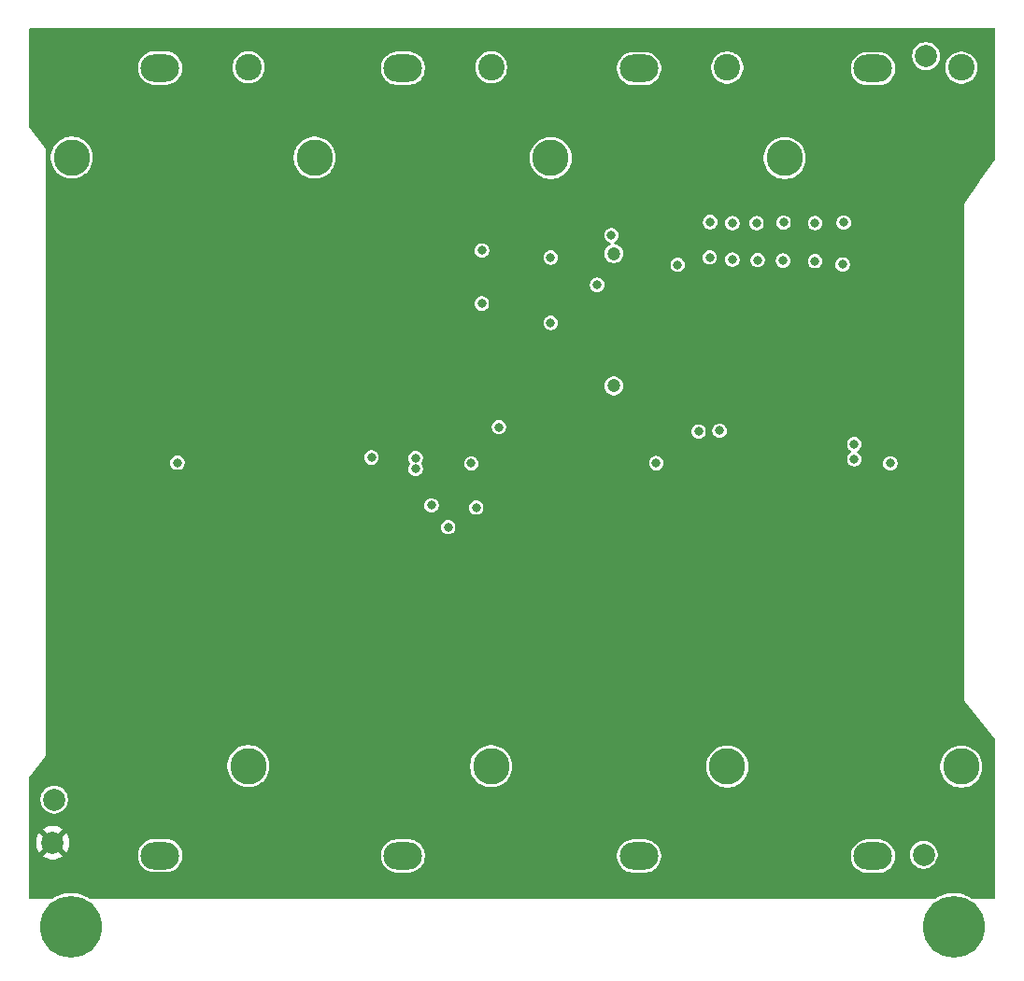
<source format=gbr>
%TF.GenerationSoftware,KiCad,Pcbnew,9.0.0*%
%TF.CreationDate,2025-09-25T15:35:20-07:00*%
%TF.ProjectId,battery_pack_v2,62617474-6572-4795-9f70-61636b5f7632,rev?*%
%TF.SameCoordinates,Original*%
%TF.FileFunction,Copper,L3,Inr*%
%TF.FilePolarity,Positive*%
%FSLAX46Y46*%
G04 Gerber Fmt 4.6, Leading zero omitted, Abs format (unit mm)*
G04 Created by KiCad (PCBNEW 9.0.0) date 2025-09-25 15:35:20*
%MOMM*%
%LPD*%
G01*
G04 APERTURE LIST*
%TA.AperFunction,ComponentPad*%
%ADD10C,1.200000*%
%TD*%
%TA.AperFunction,ComponentPad*%
%ADD11C,5.600000*%
%TD*%
%TA.AperFunction,ComponentPad*%
%ADD12C,3.300000*%
%TD*%
%TA.AperFunction,ComponentPad*%
%ADD13C,2.400000*%
%TD*%
%TA.AperFunction,ComponentPad*%
%ADD14O,3.500000X2.500000*%
%TD*%
%TA.AperFunction,ComponentPad*%
%ADD15C,2.000000*%
%TD*%
%TA.AperFunction,ViaPad*%
%ADD16C,0.800000*%
%TD*%
G04 APERTURE END LIST*
D10*
%TO.N,*%
%TO.C,J1*%
X163700506Y-70469670D03*
X163700506Y-82469670D03*
%TD*%
D11*
%TO.N,Chassis Ground*%
%TO.C,*%
X194500000Y-131530000D03*
%TD*%
D12*
%TO.N,*%
%TO.C,BT3*%
X130600000Y-116950000D03*
X114600000Y-61750000D03*
D13*
X130600000Y-53550000D03*
D14*
%TO.N,BM*%
X122600000Y-53630000D03*
%TO.N,B-*%
X122600000Y-125070000D03*
%TD*%
D15*
%TO.N,B-*%
%TO.C,TP2*%
X113000000Y-120000000D03*
%TD*%
%TO.N,PACK+*%
%TO.C,TP5*%
X192000000Y-52550000D03*
%TD*%
D12*
%TO.N,*%
%TO.C,BT1*%
X152600000Y-116970000D03*
X136600000Y-61770000D03*
D13*
X152600000Y-53570000D03*
D14*
%TO.N,BM*%
X144600000Y-53650000D03*
%TO.N,B-*%
X144600000Y-125090000D03*
%TD*%
D12*
%TO.N,*%
%TO.C,BT2*%
X174000000Y-116990000D03*
X158000000Y-61790000D03*
D13*
X174000000Y-53590000D03*
D14*
%TO.N,PACK+*%
X166000000Y-53670000D03*
%TO.N,BM*%
X166000000Y-125110000D03*
%TD*%
D11*
%TO.N,Chassis Ground*%
%TO.C,*%
X114500000Y-131530000D03*
%TD*%
D15*
%TO.N,PACK-*%
%TO.C,TP4*%
X112860000Y-123900000D03*
%TD*%
%TO.N,BM*%
%TO.C,TP3*%
X191800000Y-125000000D03*
%TD*%
D12*
%TO.N,*%
%TO.C,BT4*%
X195200000Y-117000000D03*
X179200000Y-61800000D03*
D13*
X195200000Y-53600000D03*
D14*
%TO.N,PACK+*%
X187200000Y-53680000D03*
%TO.N,BM*%
X187200000Y-125120000D03*
%TD*%
D16*
%TO.N,/VDD*%
X147190097Y-93301507D03*
X148705560Y-95268460D03*
%TO.N,PACK-*%
X121900000Y-58800000D03*
X182700000Y-108700000D03*
X139800000Y-51400000D03*
X163700000Y-77600000D03*
X169300000Y-64000000D03*
X144500000Y-99600000D03*
X158000000Y-80700000D03*
X158200000Y-78200000D03*
X169900000Y-75850000D03*
X165250000Y-90500000D03*
X179000000Y-121700000D03*
X144500000Y-100700000D03*
X146000000Y-61000000D03*
X129800000Y-111500000D03*
X183000000Y-128000000D03*
X163700000Y-75200000D03*
X163700000Y-79200000D03*
X147800000Y-118000000D03*
X148400000Y-107900000D03*
X161300000Y-96400000D03*
X168300000Y-83100000D03*
X137000000Y-115500000D03*
X153600000Y-68000000D03*
X118300000Y-116900000D03*
X126700000Y-63900000D03*
X141800000Y-118900000D03*
X165500000Y-63400000D03*
X157775506Y-84775506D03*
X175132930Y-122786059D03*
X143000000Y-90750000D03*
X123750000Y-90750000D03*
X158700000Y-99000000D03*
X189100000Y-79400000D03*
X159925506Y-82625506D03*
X153200000Y-100100000D03*
X169900000Y-77650000D03*
X150200000Y-100000000D03*
X190900000Y-108600000D03*
X130100000Y-58800000D03*
X121400000Y-63700000D03*
X151070035Y-56949400D03*
X140200000Y-55800000D03*
X160800000Y-115900000D03*
X131300000Y-123000000D03*
X154400000Y-94250000D03*
X170150000Y-79650000D03*
X136000000Y-123000000D03*
X135350000Y-56400000D03*
X152500000Y-79000000D03*
X154600000Y-59800000D03*
X175000000Y-127200000D03*
X159200000Y-120700000D03*
X153300000Y-98200000D03*
X144500000Y-118000000D03*
X153800000Y-78300000D03*
X120700000Y-109400000D03*
X147900000Y-99400000D03*
X160100000Y-97800000D03*
X169950000Y-74300000D03*
X129650000Y-51300000D03*
X120200000Y-123300000D03*
X158100000Y-69300000D03*
X127300000Y-115600000D03*
X133300000Y-51300000D03*
X153600000Y-80400000D03*
X144500000Y-98600000D03*
X150000000Y-65000000D03*
X187400000Y-77750000D03*
X170200000Y-81500000D03*
X144500000Y-96700000D03*
X186250000Y-90500000D03*
X144500000Y-97700000D03*
X163800000Y-73400000D03*
X191150000Y-77750000D03*
X158475506Y-84075506D03*
X159125506Y-83425506D03*
X158200000Y-74500000D03*
X144600000Y-115200000D03*
X140000000Y-124000000D03*
X163700000Y-80900000D03*
%TO.N,BM*%
X151250000Y-93500000D03*
%TO.N,PACK+*%
X172400000Y-70800000D03*
X184550000Y-67650000D03*
X181950000Y-67700000D03*
X181950000Y-71150000D03*
X174450000Y-67700000D03*
X179100000Y-67650000D03*
X172450000Y-67600000D03*
X179050000Y-71100000D03*
X176650000Y-67700000D03*
X176750000Y-71050000D03*
X174450000Y-71000000D03*
X184450000Y-71450000D03*
%TO.N,Net-(Q1-G)*%
X150800000Y-89500000D03*
X153300000Y-86200000D03*
%TO.N,/SDA_IN*%
X163500000Y-68800000D03*
X162200000Y-73300000D03*
%TO.N,+3V3*%
X145750000Y-90000003D03*
X169500000Y-71469670D03*
X171400000Y-86600000D03*
X124165461Y-89429961D03*
X173300000Y-86535565D03*
X188770981Y-89489804D03*
X167565877Y-89470688D03*
%TO.N,/SCL*%
X158000000Y-70823800D03*
X185500000Y-89124000D03*
X185500000Y-87750000D03*
X151763683Y-70176000D03*
%TO.N,/SDA*%
X145750000Y-89000000D03*
X151750000Y-75000000D03*
X158000000Y-76750000D03*
X141750000Y-88962447D03*
%TD*%
%TA.AperFunction,Conductor*%
%TO.N,PACK-*%
G36*
X198241621Y-50020002D02*
G01*
X198288114Y-50073658D01*
X198299500Y-50126000D01*
X198299500Y-61837863D01*
X198279498Y-61905984D01*
X198275284Y-61912133D01*
X196868071Y-63840650D01*
X196868070Y-63840651D01*
X196858239Y-63854122D01*
X196853627Y-63857291D01*
X196834867Y-63886150D01*
X196832846Y-63888921D01*
X196832841Y-63888930D01*
X196814524Y-63914034D01*
X196812784Y-63917788D01*
X196804116Y-63933459D01*
X195550557Y-65862011D01*
X195550558Y-65862012D01*
X195543355Y-65873094D01*
X195530024Y-65886426D01*
X195521827Y-65906213D01*
X195515505Y-65915940D01*
X195515505Y-65915941D01*
X195510157Y-65924169D01*
X195510156Y-65924171D01*
X195509127Y-65929711D01*
X195501660Y-65954902D01*
X195499500Y-65960115D01*
X195499500Y-65969929D01*
X195497380Y-65992943D01*
X195495587Y-66002589D01*
X195495587Y-66002591D01*
X195496756Y-66008097D01*
X195499500Y-66034248D01*
X195499500Y-110988893D01*
X195496322Y-111017497D01*
X195499500Y-111028464D01*
X195499500Y-111039882D01*
X195510512Y-111066469D01*
X195518522Y-111094109D01*
X195525651Y-111103021D01*
X195530022Y-111113572D01*
X195530023Y-111113573D01*
X195530024Y-111113574D01*
X195545443Y-111128993D01*
X195554730Y-111139369D01*
X198271889Y-114535817D01*
X198298825Y-114601506D01*
X198299500Y-114614529D01*
X198299500Y-128874000D01*
X198279498Y-128942121D01*
X198225842Y-128988614D01*
X198173500Y-129000000D01*
X196251023Y-129000000D01*
X196183987Y-128980687D01*
X195979846Y-128852417D01*
X195670750Y-128703564D01*
X195670730Y-128703556D01*
X195346932Y-128590254D01*
X195012458Y-128513912D01*
X194671539Y-128475500D01*
X194671537Y-128475500D01*
X194328463Y-128475500D01*
X194328461Y-128475500D01*
X193987541Y-128513912D01*
X193653067Y-128590254D01*
X193329269Y-128703556D01*
X193329249Y-128703564D01*
X193020153Y-128852417D01*
X192816013Y-128980687D01*
X192748977Y-129000000D01*
X116251023Y-129000000D01*
X116183987Y-128980687D01*
X115979846Y-128852417D01*
X115670750Y-128703564D01*
X115670730Y-128703556D01*
X115346932Y-128590254D01*
X115012458Y-128513912D01*
X114671539Y-128475500D01*
X114671537Y-128475500D01*
X114328463Y-128475500D01*
X114328461Y-128475500D01*
X113987541Y-128513912D01*
X113653067Y-128590254D01*
X113329269Y-128703556D01*
X113329249Y-128703564D01*
X113020153Y-128852417D01*
X112816013Y-128980687D01*
X112748977Y-129000000D01*
X110826500Y-129000000D01*
X110758379Y-128979998D01*
X110711886Y-128926342D01*
X110700500Y-128874000D01*
X110700500Y-123781321D01*
X111352000Y-123781321D01*
X111352000Y-124018678D01*
X111389133Y-124253129D01*
X111462480Y-124478867D01*
X111570246Y-124690368D01*
X111629230Y-124771556D01*
X111629232Y-124771556D01*
X112375841Y-124024946D01*
X112394075Y-124092993D01*
X112459901Y-124207007D01*
X112552993Y-124300099D01*
X112667007Y-124365925D01*
X112735051Y-124384157D01*
X111988442Y-125130766D01*
X112069636Y-125189756D01*
X112069637Y-125189757D01*
X112281132Y-125297519D01*
X112506870Y-125370866D01*
X112741321Y-125408000D01*
X112978679Y-125408000D01*
X113213129Y-125370866D01*
X113438867Y-125297519D01*
X113650367Y-125189754D01*
X113731556Y-125130767D01*
X113731556Y-125130765D01*
X113552384Y-124951593D01*
X120595500Y-124951593D01*
X120595500Y-125188407D01*
X120632546Y-125422305D01*
X120632547Y-125422310D01*
X120705723Y-125647522D01*
X120705725Y-125647527D01*
X120813236Y-125858530D01*
X120813238Y-125858533D01*
X120952433Y-126050118D01*
X121119881Y-126217566D01*
X121170716Y-126254500D01*
X121311470Y-126356764D01*
X121522473Y-126464275D01*
X121747695Y-126537454D01*
X121981593Y-126574500D01*
X121981596Y-126574500D01*
X123218404Y-126574500D01*
X123218407Y-126574500D01*
X123452305Y-126537454D01*
X123677527Y-126464275D01*
X123888530Y-126356764D01*
X124080116Y-126217568D01*
X124247568Y-126050116D01*
X124386764Y-125858530D01*
X124494275Y-125647527D01*
X124567454Y-125422305D01*
X124604500Y-125188407D01*
X124604500Y-124971593D01*
X142595500Y-124971593D01*
X142595500Y-125208407D01*
X142629379Y-125422310D01*
X142632547Y-125442310D01*
X142699227Y-125647528D01*
X142705725Y-125667527D01*
X142813236Y-125878530D01*
X142813238Y-125878533D01*
X142952433Y-126070118D01*
X143119881Y-126237566D01*
X143161175Y-126267568D01*
X143311470Y-126376764D01*
X143522473Y-126484275D01*
X143747695Y-126557454D01*
X143981593Y-126594500D01*
X143981596Y-126594500D01*
X145218404Y-126594500D01*
X145218407Y-126594500D01*
X145452305Y-126557454D01*
X145677527Y-126484275D01*
X145888530Y-126376764D01*
X146080116Y-126237568D01*
X146247568Y-126070116D01*
X146386764Y-125878530D01*
X146494275Y-125667527D01*
X146567454Y-125442305D01*
X146604500Y-125208407D01*
X146604500Y-124991593D01*
X163995500Y-124991593D01*
X163995500Y-125228407D01*
X164029379Y-125442310D01*
X164032547Y-125462310D01*
X164099227Y-125667528D01*
X164105725Y-125687527D01*
X164213236Y-125898530D01*
X164213238Y-125898533D01*
X164352433Y-126090118D01*
X164519881Y-126257566D01*
X164519884Y-126257568D01*
X164711470Y-126396764D01*
X164922473Y-126504275D01*
X165147695Y-126577454D01*
X165381593Y-126614500D01*
X165381596Y-126614500D01*
X166618404Y-126614500D01*
X166618407Y-126614500D01*
X166852305Y-126577454D01*
X167077527Y-126504275D01*
X167288530Y-126396764D01*
X167480116Y-126257568D01*
X167647568Y-126090116D01*
X167786764Y-125898530D01*
X167894275Y-125687527D01*
X167967454Y-125462305D01*
X168004500Y-125228407D01*
X168004500Y-125001593D01*
X185195500Y-125001593D01*
X185195500Y-125238407D01*
X185227795Y-125442310D01*
X185232547Y-125472310D01*
X185302476Y-125687528D01*
X185305725Y-125697527D01*
X185413236Y-125908530D01*
X185413238Y-125908533D01*
X185552433Y-126100118D01*
X185719881Y-126267566D01*
X185719884Y-126267568D01*
X185911470Y-126406764D01*
X186122473Y-126514275D01*
X186347695Y-126587454D01*
X186581593Y-126624500D01*
X186581596Y-126624500D01*
X187818404Y-126624500D01*
X187818407Y-126624500D01*
X188052305Y-126587454D01*
X188277527Y-126514275D01*
X188488530Y-126406764D01*
X188680116Y-126267568D01*
X188847568Y-126100116D01*
X188986764Y-125908530D01*
X189094275Y-125697527D01*
X189167454Y-125472305D01*
X189204500Y-125238407D01*
X189204500Y-125001593D01*
X189188610Y-124901269D01*
X190545500Y-124901269D01*
X190545500Y-125098731D01*
X190576390Y-125293763D01*
X190576391Y-125293768D01*
X190634403Y-125472310D01*
X190637409Y-125481561D01*
X190727056Y-125657501D01*
X190727058Y-125657504D01*
X190734340Y-125667527D01*
X190843121Y-125817252D01*
X190843123Y-125817254D01*
X190843125Y-125817257D01*
X190982742Y-125956874D01*
X190982745Y-125956876D01*
X190982748Y-125956879D01*
X191142499Y-126072944D01*
X191318439Y-126162591D01*
X191506237Y-126223610D01*
X191701269Y-126254500D01*
X191701272Y-126254500D01*
X191898728Y-126254500D01*
X191898731Y-126254500D01*
X192093763Y-126223610D01*
X192281561Y-126162591D01*
X192457501Y-126072944D01*
X192617252Y-125956879D01*
X192756879Y-125817252D01*
X192872944Y-125657501D01*
X192962591Y-125481561D01*
X193023610Y-125293763D01*
X193054500Y-125098731D01*
X193054500Y-124901269D01*
X193023610Y-124706237D01*
X192962591Y-124518439D01*
X192872944Y-124342499D01*
X192756879Y-124182748D01*
X192756876Y-124182745D01*
X192756874Y-124182742D01*
X192617257Y-124043125D01*
X192617254Y-124043123D01*
X192617252Y-124043121D01*
X192478666Y-123942433D01*
X192457504Y-123927058D01*
X192457503Y-123927057D01*
X192457501Y-123927056D01*
X192281561Y-123837409D01*
X192281558Y-123837408D01*
X192281556Y-123837407D01*
X192093768Y-123776391D01*
X192093764Y-123776390D01*
X192093763Y-123776390D01*
X191898731Y-123745500D01*
X191701269Y-123745500D01*
X191506237Y-123776390D01*
X191506231Y-123776391D01*
X191318443Y-123837407D01*
X191318437Y-123837410D01*
X191142495Y-123927058D01*
X190982745Y-124043123D01*
X190982742Y-124043125D01*
X190843125Y-124182742D01*
X190843123Y-124182745D01*
X190727058Y-124342495D01*
X190637410Y-124518437D01*
X190637407Y-124518443D01*
X190576391Y-124706231D01*
X190576390Y-124706236D01*
X190576390Y-124706237D01*
X190545500Y-124901269D01*
X189188610Y-124901269D01*
X189167454Y-124767695D01*
X189094275Y-124542473D01*
X188986764Y-124331470D01*
X188878711Y-124182748D01*
X188847566Y-124139881D01*
X188680118Y-123972433D01*
X188488533Y-123833238D01*
X188488532Y-123833237D01*
X188488530Y-123833236D01*
X188277527Y-123725725D01*
X188277524Y-123725724D01*
X188277522Y-123725723D01*
X188052310Y-123652547D01*
X188052306Y-123652546D01*
X188052305Y-123652546D01*
X187818407Y-123615500D01*
X186581593Y-123615500D01*
X186347695Y-123652546D01*
X186347689Y-123652547D01*
X186122477Y-123725723D01*
X186122471Y-123725726D01*
X185911466Y-123833238D01*
X185719881Y-123972433D01*
X185552433Y-124139881D01*
X185413238Y-124331466D01*
X185305726Y-124542471D01*
X185305723Y-124542477D01*
X185232547Y-124767689D01*
X185232546Y-124767694D01*
X185232546Y-124767695D01*
X185195500Y-125001593D01*
X168004500Y-125001593D01*
X168004500Y-124991593D01*
X167967454Y-124757695D01*
X167894275Y-124532473D01*
X167786764Y-124321470D01*
X167685972Y-124182742D01*
X167647566Y-124129881D01*
X167480118Y-123962433D01*
X167288533Y-123823238D01*
X167288532Y-123823237D01*
X167288530Y-123823236D01*
X167077527Y-123715725D01*
X167077524Y-123715724D01*
X167077522Y-123715723D01*
X166852310Y-123642547D01*
X166852306Y-123642546D01*
X166852305Y-123642546D01*
X166618407Y-123605500D01*
X165381593Y-123605500D01*
X165147695Y-123642546D01*
X165147689Y-123642547D01*
X164922477Y-123715723D01*
X164922471Y-123715726D01*
X164711466Y-123823238D01*
X164519881Y-123962433D01*
X164352433Y-124129881D01*
X164213238Y-124321466D01*
X164105726Y-124532471D01*
X164105723Y-124532477D01*
X164032547Y-124757689D01*
X164032546Y-124757694D01*
X164032546Y-124757695D01*
X163995500Y-124991593D01*
X146604500Y-124991593D01*
X146604500Y-124971593D01*
X146567454Y-124737695D01*
X146494275Y-124512473D01*
X146386764Y-124301470D01*
X146300503Y-124182742D01*
X146247566Y-124109881D01*
X146080118Y-123942433D01*
X145888533Y-123803238D01*
X145888532Y-123803237D01*
X145888530Y-123803236D01*
X145677527Y-123695725D01*
X145677524Y-123695724D01*
X145677522Y-123695723D01*
X145452310Y-123622547D01*
X145452306Y-123622546D01*
X145452305Y-123622546D01*
X145218407Y-123585500D01*
X143981593Y-123585500D01*
X143747695Y-123622546D01*
X143747689Y-123622547D01*
X143522477Y-123695723D01*
X143522471Y-123695726D01*
X143311466Y-123803238D01*
X143119881Y-123942433D01*
X142952433Y-124109881D01*
X142813238Y-124301466D01*
X142705726Y-124512471D01*
X142705723Y-124512477D01*
X142632547Y-124737689D01*
X142632546Y-124737694D01*
X142632546Y-124737695D01*
X142595500Y-124971593D01*
X124604500Y-124971593D01*
X124604500Y-124951593D01*
X124567454Y-124717695D01*
X124494275Y-124492473D01*
X124386764Y-124281470D01*
X124247568Y-124089884D01*
X124247566Y-124089881D01*
X124080118Y-123922433D01*
X123888533Y-123783238D01*
X123888532Y-123783237D01*
X123888530Y-123783236D01*
X123677527Y-123675725D01*
X123677524Y-123675724D01*
X123677522Y-123675723D01*
X123452310Y-123602547D01*
X123452306Y-123602546D01*
X123452305Y-123602546D01*
X123218407Y-123565500D01*
X121981593Y-123565500D01*
X121747695Y-123602546D01*
X121747689Y-123602547D01*
X121522477Y-123675723D01*
X121522471Y-123675726D01*
X121311466Y-123783238D01*
X121119881Y-123922433D01*
X120952433Y-124089881D01*
X120813238Y-124281466D01*
X120705726Y-124492471D01*
X120705723Y-124492477D01*
X120632547Y-124717689D01*
X120632546Y-124717694D01*
X120632546Y-124717695D01*
X120595500Y-124951593D01*
X113552384Y-124951593D01*
X112984948Y-124384157D01*
X113052993Y-124365925D01*
X113167007Y-124300099D01*
X113260099Y-124207007D01*
X113325925Y-124092993D01*
X113344157Y-124024948D01*
X114090765Y-124771556D01*
X114090767Y-124771556D01*
X114149754Y-124690367D01*
X114257519Y-124478867D01*
X114330866Y-124253129D01*
X114368000Y-124018678D01*
X114368000Y-123781321D01*
X114330866Y-123546870D01*
X114257519Y-123321132D01*
X114149757Y-123109637D01*
X114149756Y-123109636D01*
X114090766Y-123028442D01*
X113344157Y-123775051D01*
X113325925Y-123707007D01*
X113260099Y-123592993D01*
X113167007Y-123499901D01*
X113052993Y-123434075D01*
X112984946Y-123415841D01*
X113731556Y-122669232D01*
X113731556Y-122669230D01*
X113650368Y-122610246D01*
X113438867Y-122502480D01*
X113213129Y-122429133D01*
X112978679Y-122392000D01*
X112741321Y-122392000D01*
X112506870Y-122429133D01*
X112281132Y-122502480D01*
X112069634Y-122610243D01*
X111988442Y-122669231D01*
X112735052Y-123415841D01*
X112667007Y-123434075D01*
X112552993Y-123499901D01*
X112459901Y-123592993D01*
X112394075Y-123707007D01*
X112375841Y-123775052D01*
X111629231Y-123028442D01*
X111570243Y-123109634D01*
X111462480Y-123321132D01*
X111389133Y-123546870D01*
X111352000Y-123781321D01*
X110700500Y-123781321D01*
X110700500Y-119901269D01*
X111745500Y-119901269D01*
X111745500Y-120098731D01*
X111776390Y-120293763D01*
X111776391Y-120293768D01*
X111837407Y-120481556D01*
X111837409Y-120481561D01*
X111927056Y-120657501D01*
X112043121Y-120817252D01*
X112043123Y-120817254D01*
X112043125Y-120817257D01*
X112182742Y-120956874D01*
X112182745Y-120956876D01*
X112182748Y-120956879D01*
X112342499Y-121072944D01*
X112518439Y-121162591D01*
X112706237Y-121223610D01*
X112901269Y-121254500D01*
X112901272Y-121254500D01*
X113098728Y-121254500D01*
X113098731Y-121254500D01*
X113293763Y-121223610D01*
X113481561Y-121162591D01*
X113657501Y-121072944D01*
X113817252Y-120956879D01*
X113956879Y-120817252D01*
X114072944Y-120657501D01*
X114162591Y-120481561D01*
X114223610Y-120293763D01*
X114254500Y-120098731D01*
X114254500Y-119901269D01*
X114223610Y-119706237D01*
X114162591Y-119518439D01*
X114072944Y-119342499D01*
X113956879Y-119182748D01*
X113956876Y-119182745D01*
X113956874Y-119182742D01*
X113817257Y-119043125D01*
X113817254Y-119043123D01*
X113817252Y-119043121D01*
X113657501Y-118927056D01*
X113481561Y-118837409D01*
X113481558Y-118837408D01*
X113481556Y-118837407D01*
X113293768Y-118776391D01*
X113293764Y-118776390D01*
X113293763Y-118776390D01*
X113098731Y-118745500D01*
X112901269Y-118745500D01*
X112706237Y-118776390D01*
X112706231Y-118776391D01*
X112518443Y-118837407D01*
X112518437Y-118837410D01*
X112342495Y-118927058D01*
X112182745Y-119043123D01*
X112182742Y-119043125D01*
X112043125Y-119182742D01*
X112043123Y-119182745D01*
X111927058Y-119342495D01*
X111837410Y-119518437D01*
X111837407Y-119518443D01*
X111776391Y-119706231D01*
X111776390Y-119706236D01*
X111776390Y-119706237D01*
X111745500Y-119901269D01*
X110700500Y-119901269D01*
X110700500Y-118108832D01*
X110720502Y-118040711D01*
X110725690Y-118033245D01*
X111631746Y-116825170D01*
X128695500Y-116825170D01*
X128695500Y-117074829D01*
X128728085Y-117322339D01*
X128728086Y-117322345D01*
X128728087Y-117322347D01*
X128792702Y-117563495D01*
X128888241Y-117794146D01*
X128888242Y-117794147D01*
X128888247Y-117794157D01*
X129013071Y-118010359D01*
X129165044Y-118208412D01*
X129165063Y-118208433D01*
X129341566Y-118384936D01*
X129341576Y-118384945D01*
X129341582Y-118384951D01*
X129341585Y-118384953D01*
X129341587Y-118384955D01*
X129539640Y-118536928D01*
X129626243Y-118586928D01*
X129755854Y-118661759D01*
X129986505Y-118757298D01*
X130227653Y-118821913D01*
X130227659Y-118821913D01*
X130227660Y-118821914D01*
X130256059Y-118825652D01*
X130475173Y-118854500D01*
X130475180Y-118854500D01*
X130724820Y-118854500D01*
X130724827Y-118854500D01*
X130972347Y-118821913D01*
X131213495Y-118757298D01*
X131444146Y-118661759D01*
X131660354Y-118536931D01*
X131660354Y-118536930D01*
X131660359Y-118536928D01*
X131775379Y-118448668D01*
X131858418Y-118384951D01*
X132034951Y-118208418D01*
X132111366Y-118108832D01*
X132186928Y-118010359D01*
X132186931Y-118010354D01*
X132311759Y-117794146D01*
X132407298Y-117563495D01*
X132471913Y-117322347D01*
X132504500Y-117074827D01*
X132504500Y-116845170D01*
X150695500Y-116845170D01*
X150695500Y-117094829D01*
X150728085Y-117342339D01*
X150728086Y-117342345D01*
X150728087Y-117342347D01*
X150792702Y-117583495D01*
X150888241Y-117814146D01*
X150888242Y-117814147D01*
X150888247Y-117814157D01*
X151013071Y-118030359D01*
X151165044Y-118228412D01*
X151165063Y-118228433D01*
X151341566Y-118404936D01*
X151341576Y-118404945D01*
X151341582Y-118404951D01*
X151341585Y-118404953D01*
X151341587Y-118404955D01*
X151539640Y-118556928D01*
X151591602Y-118586928D01*
X151755854Y-118681759D01*
X151986505Y-118777298D01*
X152227653Y-118841913D01*
X152227659Y-118841913D01*
X152227660Y-118841914D01*
X152256059Y-118845652D01*
X152475173Y-118874500D01*
X152475180Y-118874500D01*
X152724820Y-118874500D01*
X152724827Y-118874500D01*
X152972347Y-118841913D01*
X153213495Y-118777298D01*
X153444146Y-118681759D01*
X153660354Y-118556931D01*
X153660354Y-118556930D01*
X153660359Y-118556928D01*
X153819321Y-118434951D01*
X153858418Y-118404951D01*
X154034951Y-118228418D01*
X154158940Y-118066833D01*
X154186928Y-118030359D01*
X154198478Y-118010354D01*
X154311759Y-117814146D01*
X154407298Y-117583495D01*
X154471913Y-117342347D01*
X154504500Y-117094827D01*
X154504500Y-116865170D01*
X172095500Y-116865170D01*
X172095500Y-117114829D01*
X172128085Y-117362339D01*
X172128086Y-117362345D01*
X172128087Y-117362347D01*
X172192702Y-117603495D01*
X172288241Y-117834146D01*
X172288242Y-117834147D01*
X172288247Y-117834157D01*
X172413071Y-118050359D01*
X172565044Y-118248412D01*
X172565063Y-118248433D01*
X172741566Y-118424936D01*
X172741576Y-118424945D01*
X172741582Y-118424951D01*
X172741585Y-118424953D01*
X172741587Y-118424955D01*
X172939640Y-118576928D01*
X173086572Y-118661759D01*
X173155854Y-118701759D01*
X173386505Y-118797298D01*
X173627653Y-118861913D01*
X173627659Y-118861913D01*
X173627660Y-118861914D01*
X173656059Y-118865652D01*
X173875173Y-118894500D01*
X173875180Y-118894500D01*
X174124820Y-118894500D01*
X174124827Y-118894500D01*
X174372347Y-118861913D01*
X174613495Y-118797298D01*
X174844146Y-118701759D01*
X175060354Y-118576931D01*
X175060354Y-118576930D01*
X175060359Y-118576928D01*
X175175379Y-118488668D01*
X175258418Y-118424951D01*
X175434951Y-118248418D01*
X175498668Y-118165379D01*
X175586928Y-118050359D01*
X175610025Y-118010354D01*
X175711759Y-117834146D01*
X175807298Y-117603495D01*
X175871913Y-117362347D01*
X175904500Y-117114827D01*
X175904500Y-116875170D01*
X193295500Y-116875170D01*
X193295500Y-117124829D01*
X193328085Y-117372339D01*
X193328086Y-117372345D01*
X193328087Y-117372347D01*
X193392702Y-117613495D01*
X193488241Y-117844146D01*
X193488242Y-117844147D01*
X193488247Y-117844157D01*
X193613071Y-118060359D01*
X193765044Y-118258412D01*
X193765063Y-118258433D01*
X193941566Y-118434936D01*
X193941576Y-118434945D01*
X193941582Y-118434951D01*
X193941585Y-118434953D01*
X193941587Y-118434955D01*
X194139640Y-118586928D01*
X194326881Y-118695031D01*
X194355854Y-118711759D01*
X194586505Y-118807298D01*
X194827653Y-118871913D01*
X194827659Y-118871913D01*
X194827660Y-118871914D01*
X194847295Y-118874499D01*
X195075173Y-118904500D01*
X195075180Y-118904500D01*
X195324820Y-118904500D01*
X195324827Y-118904500D01*
X195572347Y-118871913D01*
X195813495Y-118807298D01*
X196044146Y-118711759D01*
X196260354Y-118586931D01*
X196260354Y-118586930D01*
X196260359Y-118586928D01*
X196375379Y-118498668D01*
X196458418Y-118434951D01*
X196634951Y-118258418D01*
X196698668Y-118175379D01*
X196786928Y-118060359D01*
X196786931Y-118060354D01*
X196911759Y-117844146D01*
X197007298Y-117613495D01*
X197071913Y-117372347D01*
X197104500Y-117124827D01*
X197104500Y-116875173D01*
X197071913Y-116627653D01*
X197007298Y-116386505D01*
X196911759Y-116155854D01*
X196882890Y-116105852D01*
X196786928Y-115939640D01*
X196634955Y-115741587D01*
X196634953Y-115741585D01*
X196634951Y-115741582D01*
X196634945Y-115741576D01*
X196634936Y-115741566D01*
X196458433Y-115565063D01*
X196458412Y-115565044D01*
X196260359Y-115413071D01*
X196044157Y-115288247D01*
X196044152Y-115288244D01*
X196044146Y-115288241D01*
X195813495Y-115192702D01*
X195572347Y-115128087D01*
X195572345Y-115128086D01*
X195572339Y-115128085D01*
X195324829Y-115095500D01*
X195324827Y-115095500D01*
X195075173Y-115095500D01*
X195075170Y-115095500D01*
X194827660Y-115128085D01*
X194698467Y-115162702D01*
X194586505Y-115192702D01*
X194428281Y-115258241D01*
X194355852Y-115288242D01*
X194355842Y-115288247D01*
X194139640Y-115413071D01*
X193941587Y-115565044D01*
X193941566Y-115565063D01*
X193765063Y-115741566D01*
X193765044Y-115741587D01*
X193613071Y-115939640D01*
X193488247Y-116155842D01*
X193488242Y-116155852D01*
X193392702Y-116386505D01*
X193328085Y-116627660D01*
X193295500Y-116875170D01*
X175904500Y-116875170D01*
X175904500Y-116865173D01*
X175875652Y-116646059D01*
X175871914Y-116617660D01*
X175871913Y-116617659D01*
X175871913Y-116617653D01*
X175807298Y-116376505D01*
X175711759Y-116145854D01*
X175592701Y-115939640D01*
X175586928Y-115929640D01*
X175434955Y-115731587D01*
X175434953Y-115731585D01*
X175434951Y-115731582D01*
X175434945Y-115731576D01*
X175434936Y-115731566D01*
X175258433Y-115555063D01*
X175258412Y-115555044D01*
X175060359Y-115403071D01*
X174844157Y-115278247D01*
X174844152Y-115278244D01*
X174844146Y-115278241D01*
X174613495Y-115182702D01*
X174372347Y-115118087D01*
X174372345Y-115118086D01*
X174372339Y-115118085D01*
X174124829Y-115085500D01*
X174124827Y-115085500D01*
X173875173Y-115085500D01*
X173875170Y-115085500D01*
X173627660Y-115118085D01*
X173590332Y-115128087D01*
X173386505Y-115182702D01*
X173252423Y-115238241D01*
X173155852Y-115278242D01*
X173155842Y-115278247D01*
X172939640Y-115403071D01*
X172741587Y-115555044D01*
X172741566Y-115555063D01*
X172565063Y-115731566D01*
X172565044Y-115731587D01*
X172413071Y-115929640D01*
X172288247Y-116145842D01*
X172288242Y-116145852D01*
X172192702Y-116376505D01*
X172128085Y-116617660D01*
X172095500Y-116865170D01*
X154504500Y-116865170D01*
X154504500Y-116845173D01*
X154471913Y-116597653D01*
X154407298Y-116356505D01*
X154311759Y-116125854D01*
X154204248Y-115939640D01*
X154186928Y-115909640D01*
X154034955Y-115711587D01*
X154034953Y-115711585D01*
X154034951Y-115711582D01*
X154034945Y-115711576D01*
X154034936Y-115711566D01*
X153858433Y-115535063D01*
X153858412Y-115535044D01*
X153660359Y-115383071D01*
X153444157Y-115258247D01*
X153444152Y-115258244D01*
X153444146Y-115258241D01*
X153213495Y-115162702D01*
X152972347Y-115098087D01*
X152972345Y-115098086D01*
X152972339Y-115098085D01*
X152724829Y-115065500D01*
X152724827Y-115065500D01*
X152475173Y-115065500D01*
X152475170Y-115065500D01*
X152227660Y-115098085D01*
X151986505Y-115162702D01*
X151755852Y-115258242D01*
X151755842Y-115258247D01*
X151539640Y-115383071D01*
X151341587Y-115535044D01*
X151341566Y-115535063D01*
X151165063Y-115711566D01*
X151165044Y-115711587D01*
X151013071Y-115909640D01*
X150888247Y-116125842D01*
X150888242Y-116125852D01*
X150888241Y-116125854D01*
X150875815Y-116155854D01*
X150792702Y-116356505D01*
X150728085Y-116597660D01*
X150695500Y-116845170D01*
X132504500Y-116845170D01*
X132504500Y-116825173D01*
X132471913Y-116577653D01*
X132407298Y-116336505D01*
X132311759Y-116105854D01*
X132215795Y-115939640D01*
X132186928Y-115889640D01*
X132034955Y-115691587D01*
X132034953Y-115691585D01*
X132034951Y-115691582D01*
X132034945Y-115691576D01*
X132034936Y-115691566D01*
X131858433Y-115515063D01*
X131858412Y-115515044D01*
X131660359Y-115363071D01*
X131444157Y-115238247D01*
X131444152Y-115238244D01*
X131444146Y-115238241D01*
X131213495Y-115142702D01*
X130972347Y-115078087D01*
X130972345Y-115078086D01*
X130972339Y-115078085D01*
X130724829Y-115045500D01*
X130724827Y-115045500D01*
X130475173Y-115045500D01*
X130475170Y-115045500D01*
X130227660Y-115078085D01*
X129986505Y-115142702D01*
X129755852Y-115238242D01*
X129755842Y-115238247D01*
X129539640Y-115363071D01*
X129341587Y-115515044D01*
X129341566Y-115515063D01*
X129165063Y-115691566D01*
X129165044Y-115691587D01*
X129013071Y-115889640D01*
X128888247Y-116105842D01*
X128888242Y-116105852D01*
X128888241Y-116105854D01*
X128867535Y-116155842D01*
X128792702Y-116336505D01*
X128728085Y-116577660D01*
X128695500Y-116825170D01*
X111631746Y-116825170D01*
X112151848Y-116131701D01*
X112169976Y-116113574D01*
X112175566Y-116100077D01*
X112184329Y-116088394D01*
X112188468Y-116072237D01*
X112194112Y-116055302D01*
X112200500Y-116039882D01*
X112200500Y-116025275D01*
X112204125Y-116011126D01*
X112200500Y-115985750D01*
X112200500Y-95203994D01*
X148051060Y-95203994D01*
X148051060Y-95203997D01*
X148051060Y-95332923D01*
X148076212Y-95459371D01*
X148125549Y-95578482D01*
X148173409Y-95650109D01*
X148197176Y-95685679D01*
X148197181Y-95685685D01*
X148288334Y-95776838D01*
X148288340Y-95776843D01*
X148395538Y-95848471D01*
X148514649Y-95897808D01*
X148641097Y-95922960D01*
X148641098Y-95922960D01*
X148770022Y-95922960D01*
X148770023Y-95922960D01*
X148896471Y-95897808D01*
X149015582Y-95848471D01*
X149122780Y-95776843D01*
X149213943Y-95685680D01*
X149285571Y-95578482D01*
X149334908Y-95459371D01*
X149360060Y-95332923D01*
X149360060Y-95203997D01*
X149334908Y-95077549D01*
X149285571Y-94958438D01*
X149213943Y-94851240D01*
X149213938Y-94851234D01*
X149122785Y-94760081D01*
X149122779Y-94760076D01*
X149087209Y-94736309D01*
X149015582Y-94688449D01*
X148896471Y-94639112D01*
X148770025Y-94613960D01*
X148770023Y-94613960D01*
X148641097Y-94613960D01*
X148641094Y-94613960D01*
X148514648Y-94639112D01*
X148514643Y-94639114D01*
X148395538Y-94688449D01*
X148288340Y-94760076D01*
X148288334Y-94760081D01*
X148197181Y-94851234D01*
X148197176Y-94851240D01*
X148125549Y-94958438D01*
X148076214Y-95077543D01*
X148076212Y-95077548D01*
X148051060Y-95203994D01*
X112200500Y-95203994D01*
X112200500Y-93237041D01*
X146535597Y-93237041D01*
X146535597Y-93237044D01*
X146535597Y-93365970D01*
X146560749Y-93492418D01*
X146610086Y-93611529D01*
X146657946Y-93683156D01*
X146681713Y-93718726D01*
X146681718Y-93718732D01*
X146772871Y-93809885D01*
X146772877Y-93809890D01*
X146880075Y-93881518D01*
X146999186Y-93930855D01*
X147125634Y-93956007D01*
X147125635Y-93956007D01*
X147254559Y-93956007D01*
X147254560Y-93956007D01*
X147381008Y-93930855D01*
X147500119Y-93881518D01*
X147607317Y-93809890D01*
X147698480Y-93718727D01*
X147770108Y-93611529D01*
X147819445Y-93492418D01*
X147830760Y-93435534D01*
X150595500Y-93435534D01*
X150595500Y-93435537D01*
X150595500Y-93564463D01*
X150620652Y-93690911D01*
X150669989Y-93810022D01*
X150717761Y-93881517D01*
X150741616Y-93917219D01*
X150741621Y-93917225D01*
X150832774Y-94008378D01*
X150832780Y-94008383D01*
X150939978Y-94080011D01*
X151059089Y-94129348D01*
X151185537Y-94154500D01*
X151185538Y-94154500D01*
X151314462Y-94154500D01*
X151314463Y-94154500D01*
X151440911Y-94129348D01*
X151560022Y-94080011D01*
X151667220Y-94008383D01*
X151758383Y-93917220D01*
X151830011Y-93810022D01*
X151879348Y-93690911D01*
X151904500Y-93564463D01*
X151904500Y-93435537D01*
X151879348Y-93309089D01*
X151830011Y-93189978D01*
X151758383Y-93082780D01*
X151758378Y-93082774D01*
X151667225Y-92991621D01*
X151667219Y-92991616D01*
X151631649Y-92967849D01*
X151560022Y-92919989D01*
X151440911Y-92870652D01*
X151314465Y-92845500D01*
X151314463Y-92845500D01*
X151185537Y-92845500D01*
X151185534Y-92845500D01*
X151059088Y-92870652D01*
X151059083Y-92870654D01*
X150939978Y-92919989D01*
X150832780Y-92991616D01*
X150832774Y-92991621D01*
X150741621Y-93082774D01*
X150741616Y-93082780D01*
X150669989Y-93189978D01*
X150620654Y-93309083D01*
X150620652Y-93309088D01*
X150595500Y-93435534D01*
X147830760Y-93435534D01*
X147844597Y-93365970D01*
X147844597Y-93237044D01*
X147819445Y-93110596D01*
X147770108Y-92991485D01*
X147698480Y-92884287D01*
X147698475Y-92884281D01*
X147607322Y-92793128D01*
X147607316Y-92793123D01*
X147571746Y-92769356D01*
X147500119Y-92721496D01*
X147381008Y-92672159D01*
X147254562Y-92647007D01*
X147254560Y-92647007D01*
X147125634Y-92647007D01*
X147125631Y-92647007D01*
X146999185Y-92672159D01*
X146999180Y-92672161D01*
X146880075Y-92721496D01*
X146772877Y-92793123D01*
X146772871Y-92793128D01*
X146681718Y-92884281D01*
X146681713Y-92884287D01*
X146610086Y-92991485D01*
X146560751Y-93110590D01*
X146560749Y-93110595D01*
X146535597Y-93237041D01*
X112200500Y-93237041D01*
X112200500Y-89365495D01*
X123510961Y-89365495D01*
X123510961Y-89494426D01*
X123524893Y-89564465D01*
X123536113Y-89620872D01*
X123585450Y-89739983D01*
X123625436Y-89799826D01*
X123657077Y-89847180D01*
X123657082Y-89847186D01*
X123748235Y-89938339D01*
X123748241Y-89938344D01*
X123855439Y-90009972D01*
X123974550Y-90059309D01*
X124100998Y-90084461D01*
X124100999Y-90084461D01*
X124229923Y-90084461D01*
X124229924Y-90084461D01*
X124356372Y-90059309D01*
X124475483Y-90009972D01*
X124582681Y-89938344D01*
X124673844Y-89847181D01*
X124745472Y-89739983D01*
X124794809Y-89620872D01*
X124819961Y-89494424D01*
X124819961Y-89365498D01*
X124794809Y-89239050D01*
X124745472Y-89119939D01*
X124673844Y-89012741D01*
X124673839Y-89012735D01*
X124582686Y-88921582D01*
X124582680Y-88921577D01*
X124547366Y-88897981D01*
X141095500Y-88897981D01*
X141095500Y-89026912D01*
X141120652Y-89153358D01*
X141169989Y-89272469D01*
X141217849Y-89344096D01*
X141241616Y-89379666D01*
X141241621Y-89379672D01*
X141332774Y-89470825D01*
X141332780Y-89470830D01*
X141439978Y-89542458D01*
X141559089Y-89591795D01*
X141685537Y-89616947D01*
X141685538Y-89616947D01*
X141814462Y-89616947D01*
X141814463Y-89616947D01*
X141940911Y-89591795D01*
X142060022Y-89542458D01*
X142167220Y-89470830D01*
X142258383Y-89379667D01*
X142330011Y-89272469D01*
X142379348Y-89153358D01*
X142404500Y-89026910D01*
X142404500Y-88935534D01*
X145095500Y-88935534D01*
X145095500Y-88935537D01*
X145095500Y-89064463D01*
X145120652Y-89190911D01*
X145169989Y-89310022D01*
X145198601Y-89352843D01*
X145241618Y-89417223D01*
X145243956Y-89420071D01*
X145244713Y-89421853D01*
X145245056Y-89422367D01*
X145244958Y-89422432D01*
X145271707Y-89485419D01*
X145259723Y-89555397D01*
X145243961Y-89579925D01*
X145241620Y-89582777D01*
X145169989Y-89689981D01*
X145120654Y-89809086D01*
X145120652Y-89809091D01*
X145095500Y-89935537D01*
X145095500Y-90064468D01*
X145111381Y-90144304D01*
X145120652Y-90190914D01*
X145169989Y-90310025D01*
X145217849Y-90381652D01*
X145241616Y-90417222D01*
X145241621Y-90417228D01*
X145332774Y-90508381D01*
X145332780Y-90508386D01*
X145439978Y-90580014D01*
X145559089Y-90629351D01*
X145685537Y-90654503D01*
X145685538Y-90654503D01*
X145814462Y-90654503D01*
X145814463Y-90654503D01*
X145940911Y-90629351D01*
X146060022Y-90580014D01*
X146167220Y-90508386D01*
X146258383Y-90417223D01*
X146330011Y-90310025D01*
X146379348Y-90190914D01*
X146404500Y-90064466D01*
X146404500Y-89935540D01*
X146379348Y-89809092D01*
X146330011Y-89689981D01*
X146258383Y-89582783D01*
X146256044Y-89579933D01*
X146255285Y-89578147D01*
X146254944Y-89577636D01*
X146255040Y-89577571D01*
X146245492Y-89555087D01*
X146231565Y-89531960D01*
X146231828Y-89522913D01*
X146228292Y-89514585D01*
X146232847Y-89487979D01*
X146233635Y-89460993D01*
X146239213Y-89450806D01*
X146240275Y-89444607D01*
X146245564Y-89435534D01*
X150145500Y-89435534D01*
X150145500Y-89564465D01*
X150156720Y-89620872D01*
X150170652Y-89690911D01*
X150219989Y-89810022D01*
X150267849Y-89881649D01*
X150291616Y-89917219D01*
X150291621Y-89917225D01*
X150382774Y-90008378D01*
X150382780Y-90008383D01*
X150489978Y-90080011D01*
X150609089Y-90129348D01*
X150735537Y-90154500D01*
X150735538Y-90154500D01*
X150864462Y-90154500D01*
X150864463Y-90154500D01*
X150990911Y-90129348D01*
X151110022Y-90080011D01*
X151217220Y-90008383D01*
X151308383Y-89917220D01*
X151380011Y-89810022D01*
X151429348Y-89690911D01*
X151454500Y-89564463D01*
X151454500Y-89435537D01*
X151448669Y-89406222D01*
X166911377Y-89406222D01*
X166911377Y-89535153D01*
X166922644Y-89591794D01*
X166936529Y-89661599D01*
X166985866Y-89780710D01*
X167005452Y-89810022D01*
X167057493Y-89887907D01*
X167057498Y-89887913D01*
X167148651Y-89979066D01*
X167148657Y-89979071D01*
X167255855Y-90050699D01*
X167374966Y-90100036D01*
X167501414Y-90125188D01*
X167501415Y-90125188D01*
X167630339Y-90125188D01*
X167630340Y-90125188D01*
X167756788Y-90100036D01*
X167875899Y-90050699D01*
X167983097Y-89979071D01*
X168074260Y-89887908D01*
X168145888Y-89780710D01*
X168195225Y-89661599D01*
X168220377Y-89535151D01*
X168220377Y-89406225D01*
X168195225Y-89279777D01*
X168145888Y-89160666D01*
X168074260Y-89053468D01*
X168074255Y-89053462D01*
X167983102Y-88962309D01*
X167983096Y-88962304D01*
X167943032Y-88935534D01*
X167875899Y-88890677D01*
X167756788Y-88841340D01*
X167726443Y-88835304D01*
X167630342Y-88816188D01*
X167630340Y-88816188D01*
X167501414Y-88816188D01*
X167501411Y-88816188D01*
X167374965Y-88841340D01*
X167374960Y-88841342D01*
X167255855Y-88890677D01*
X167148657Y-88962304D01*
X167148651Y-88962309D01*
X167057498Y-89053462D01*
X167057493Y-89053468D01*
X166985866Y-89160666D01*
X166936531Y-89279771D01*
X166936529Y-89279776D01*
X166911377Y-89406222D01*
X151448669Y-89406222D01*
X151429348Y-89309089D01*
X151380011Y-89189978D01*
X151308383Y-89082780D01*
X151308378Y-89082774D01*
X151217225Y-88991621D01*
X151217219Y-88991616D01*
X151173350Y-88962304D01*
X151110022Y-88919989D01*
X150990911Y-88870652D01*
X150864465Y-88845500D01*
X150864463Y-88845500D01*
X150735537Y-88845500D01*
X150735534Y-88845500D01*
X150609088Y-88870652D01*
X150609083Y-88870654D01*
X150489978Y-88919989D01*
X150382780Y-88991616D01*
X150382774Y-88991621D01*
X150291621Y-89082774D01*
X150291616Y-89082780D01*
X150219989Y-89189978D01*
X150170654Y-89309083D01*
X150170652Y-89309088D01*
X150145500Y-89435534D01*
X146245564Y-89435534D01*
X146249478Y-89428819D01*
X146255327Y-89420275D01*
X146258383Y-89417220D01*
X146330011Y-89310022D01*
X146379348Y-89190911D01*
X146404500Y-89064463D01*
X146404500Y-88935537D01*
X146379348Y-88809089D01*
X146330011Y-88689978D01*
X146258383Y-88582780D01*
X146258378Y-88582774D01*
X146167225Y-88491621D01*
X146167219Y-88491616D01*
X146111017Y-88454063D01*
X146060022Y-88419989D01*
X145940911Y-88370652D01*
X145814465Y-88345500D01*
X145814463Y-88345500D01*
X145685537Y-88345500D01*
X145685534Y-88345500D01*
X145559088Y-88370652D01*
X145559083Y-88370654D01*
X145439978Y-88419989D01*
X145332780Y-88491616D01*
X145332774Y-88491621D01*
X145241621Y-88582774D01*
X145241616Y-88582780D01*
X145169989Y-88689978D01*
X145120654Y-88809083D01*
X145120652Y-88809088D01*
X145095500Y-88935534D01*
X142404500Y-88935534D01*
X142404500Y-88897984D01*
X142379348Y-88771536D01*
X142330011Y-88652425D01*
X142258383Y-88545227D01*
X142258378Y-88545221D01*
X142167225Y-88454068D01*
X142167219Y-88454063D01*
X142131649Y-88430296D01*
X142060022Y-88382436D01*
X141940911Y-88333099D01*
X141925387Y-88330011D01*
X141814465Y-88307947D01*
X141814463Y-88307947D01*
X141685537Y-88307947D01*
X141685534Y-88307947D01*
X141559088Y-88333099D01*
X141559083Y-88333101D01*
X141439978Y-88382436D01*
X141332780Y-88454063D01*
X141332774Y-88454068D01*
X141241621Y-88545221D01*
X141241616Y-88545227D01*
X141169989Y-88652425D01*
X141120654Y-88771530D01*
X141120652Y-88771535D01*
X141095500Y-88897981D01*
X124547366Y-88897981D01*
X124506465Y-88870652D01*
X124475483Y-88849950D01*
X124356372Y-88800613D01*
X124229926Y-88775461D01*
X124229924Y-88775461D01*
X124100998Y-88775461D01*
X124100995Y-88775461D01*
X123974549Y-88800613D01*
X123974544Y-88800615D01*
X123855439Y-88849950D01*
X123748241Y-88921577D01*
X123748235Y-88921582D01*
X123657082Y-89012735D01*
X123657077Y-89012741D01*
X123585450Y-89119939D01*
X123536115Y-89239044D01*
X123536113Y-89239049D01*
X123510961Y-89365495D01*
X112200500Y-89365495D01*
X112200500Y-87685534D01*
X184845500Y-87685534D01*
X184845500Y-87685537D01*
X184845500Y-87814463D01*
X184870652Y-87940911D01*
X184919989Y-88060022D01*
X184967849Y-88131649D01*
X184991616Y-88167219D01*
X184991621Y-88167225D01*
X185082774Y-88258378D01*
X185082780Y-88258383D01*
X185193306Y-88332235D01*
X185238834Y-88386712D01*
X185247681Y-88457155D01*
X185217040Y-88521199D01*
X185193306Y-88541765D01*
X185082780Y-88615616D01*
X185082774Y-88615621D01*
X184991621Y-88706774D01*
X184991616Y-88706780D01*
X184919989Y-88813978D01*
X184870654Y-88933083D01*
X184870652Y-88933088D01*
X184845500Y-89059534D01*
X184845500Y-89188465D01*
X184862210Y-89272469D01*
X184870652Y-89314911D01*
X184919989Y-89434022D01*
X184944584Y-89470830D01*
X184991616Y-89541219D01*
X184991621Y-89541225D01*
X185082774Y-89632378D01*
X185082780Y-89632383D01*
X185189978Y-89704011D01*
X185309089Y-89753348D01*
X185435537Y-89778500D01*
X185435538Y-89778500D01*
X185564462Y-89778500D01*
X185564463Y-89778500D01*
X185690911Y-89753348D01*
X185810022Y-89704011D01*
X185917220Y-89632383D01*
X186008383Y-89541220D01*
X186080011Y-89434022D01*
X186083608Y-89425338D01*
X188116481Y-89425338D01*
X188116481Y-89554269D01*
X188132018Y-89632378D01*
X188141633Y-89680715D01*
X188190970Y-89799826D01*
X188197783Y-89810022D01*
X188262597Y-89907023D01*
X188262602Y-89907029D01*
X188353755Y-89998182D01*
X188353761Y-89998187D01*
X188460959Y-90069815D01*
X188580070Y-90119152D01*
X188706518Y-90144304D01*
X188706519Y-90144304D01*
X188835443Y-90144304D01*
X188835444Y-90144304D01*
X188961892Y-90119152D01*
X189081003Y-90069815D01*
X189188201Y-89998187D01*
X189279364Y-89907024D01*
X189350992Y-89799826D01*
X189400329Y-89680715D01*
X189425481Y-89554267D01*
X189425481Y-89425341D01*
X189400329Y-89298893D01*
X189350992Y-89179782D01*
X189279364Y-89072584D01*
X189279359Y-89072578D01*
X189188206Y-88981425D01*
X189188200Y-88981420D01*
X189152630Y-88957653D01*
X189081003Y-88909793D01*
X188961892Y-88860456D01*
X188909075Y-88849950D01*
X188835446Y-88835304D01*
X188835444Y-88835304D01*
X188706518Y-88835304D01*
X188706515Y-88835304D01*
X188580069Y-88860456D01*
X188580064Y-88860458D01*
X188460959Y-88909793D01*
X188353761Y-88981420D01*
X188353755Y-88981425D01*
X188262602Y-89072578D01*
X188262597Y-89072584D01*
X188190970Y-89179782D01*
X188141635Y-89298887D01*
X188141633Y-89298892D01*
X188116481Y-89425338D01*
X186083608Y-89425338D01*
X186129348Y-89314911D01*
X186154500Y-89188463D01*
X186154500Y-89059537D01*
X186129348Y-88933089D01*
X186080011Y-88813978D01*
X186008383Y-88706780D01*
X186008378Y-88706774D01*
X185917225Y-88615621D01*
X185917219Y-88615616D01*
X185866048Y-88581425D01*
X185810022Y-88543989D01*
X185810020Y-88543988D01*
X185806693Y-88541765D01*
X185761165Y-88487288D01*
X185752317Y-88416845D01*
X185782959Y-88352801D01*
X185806693Y-88332235D01*
X185810020Y-88330011D01*
X185810022Y-88330011D01*
X185917220Y-88258383D01*
X186008383Y-88167220D01*
X186080011Y-88060022D01*
X186129348Y-87940911D01*
X186154500Y-87814463D01*
X186154500Y-87685537D01*
X186129348Y-87559089D01*
X186080011Y-87439978D01*
X186008383Y-87332780D01*
X186008378Y-87332774D01*
X185917225Y-87241621D01*
X185917219Y-87241616D01*
X185881649Y-87217849D01*
X185810022Y-87169989D01*
X185690911Y-87120652D01*
X185564465Y-87095500D01*
X185564463Y-87095500D01*
X185435537Y-87095500D01*
X185435534Y-87095500D01*
X185309088Y-87120652D01*
X185309083Y-87120654D01*
X185189978Y-87169989D01*
X185082780Y-87241616D01*
X185082774Y-87241621D01*
X184991621Y-87332774D01*
X184991616Y-87332780D01*
X184919989Y-87439978D01*
X184870654Y-87559083D01*
X184870652Y-87559088D01*
X184845500Y-87685534D01*
X112200500Y-87685534D01*
X112200500Y-86135534D01*
X152645500Y-86135534D01*
X152645500Y-86135537D01*
X152645500Y-86264463D01*
X152670652Y-86390911D01*
X152719989Y-86510022D01*
X152767849Y-86581649D01*
X152791616Y-86617219D01*
X152791621Y-86617225D01*
X152882774Y-86708378D01*
X152882780Y-86708383D01*
X152989978Y-86780011D01*
X153109089Y-86829348D01*
X153235537Y-86854500D01*
X153235538Y-86854500D01*
X153364462Y-86854500D01*
X153364463Y-86854500D01*
X153490911Y-86829348D01*
X153610022Y-86780011D01*
X153717220Y-86708383D01*
X153808383Y-86617220D01*
X153862964Y-86535534D01*
X170745500Y-86535534D01*
X170745500Y-86535536D01*
X170745500Y-86535537D01*
X170745500Y-86664463D01*
X170770652Y-86790911D01*
X170819989Y-86910022D01*
X170848562Y-86952784D01*
X170891616Y-87017219D01*
X170891621Y-87017225D01*
X170982774Y-87108378D01*
X170982780Y-87108383D01*
X171089978Y-87180011D01*
X171209089Y-87229348D01*
X171335537Y-87254500D01*
X171335538Y-87254500D01*
X171464462Y-87254500D01*
X171464463Y-87254500D01*
X171590911Y-87229348D01*
X171710022Y-87180011D01*
X171817220Y-87108383D01*
X171908383Y-87017220D01*
X171980011Y-86910022D01*
X172029348Y-86790911D01*
X172054500Y-86664463D01*
X172054500Y-86535537D01*
X172041683Y-86471099D01*
X172645500Y-86471099D01*
X172645500Y-86600030D01*
X172658316Y-86664461D01*
X172670652Y-86726476D01*
X172719989Y-86845587D01*
X172767849Y-86917214D01*
X172791616Y-86952784D01*
X172791621Y-86952790D01*
X172882774Y-87043943D01*
X172882780Y-87043948D01*
X172989978Y-87115576D01*
X173109089Y-87164913D01*
X173235537Y-87190065D01*
X173235538Y-87190065D01*
X173364462Y-87190065D01*
X173364463Y-87190065D01*
X173490911Y-87164913D01*
X173610022Y-87115576D01*
X173717220Y-87043948D01*
X173808383Y-86952785D01*
X173880011Y-86845587D01*
X173929348Y-86726476D01*
X173954500Y-86600028D01*
X173954500Y-86471102D01*
X173929348Y-86344654D01*
X173880011Y-86225543D01*
X173808383Y-86118345D01*
X173808378Y-86118339D01*
X173717225Y-86027186D01*
X173717219Y-86027181D01*
X173681649Y-86003414D01*
X173610022Y-85955554D01*
X173490911Y-85906217D01*
X173364465Y-85881065D01*
X173364463Y-85881065D01*
X173235537Y-85881065D01*
X173235534Y-85881065D01*
X173109088Y-85906217D01*
X173109083Y-85906219D01*
X172989978Y-85955554D01*
X172882780Y-86027181D01*
X172882774Y-86027186D01*
X172791621Y-86118339D01*
X172791616Y-86118345D01*
X172719989Y-86225543D01*
X172670654Y-86344648D01*
X172670652Y-86344653D01*
X172645500Y-86471099D01*
X172041683Y-86471099D01*
X172029348Y-86409089D01*
X171980011Y-86289978D01*
X171908383Y-86182780D01*
X171908378Y-86182774D01*
X171817225Y-86091621D01*
X171817219Y-86091616D01*
X171781649Y-86067849D01*
X171710022Y-86019989D01*
X171590911Y-85970652D01*
X171464465Y-85945500D01*
X171464463Y-85945500D01*
X171335537Y-85945500D01*
X171335534Y-85945500D01*
X171209088Y-85970652D01*
X171209083Y-85970654D01*
X171089978Y-86019989D01*
X170982780Y-86091616D01*
X170982774Y-86091621D01*
X170891621Y-86182774D01*
X170891616Y-86182780D01*
X170819989Y-86289978D01*
X170770654Y-86409083D01*
X170770652Y-86409088D01*
X170745500Y-86535534D01*
X153862964Y-86535534D01*
X153880011Y-86510022D01*
X153929348Y-86390911D01*
X153954500Y-86264463D01*
X153954500Y-86135537D01*
X153929348Y-86009089D01*
X153880011Y-85889978D01*
X153808383Y-85782780D01*
X153808378Y-85782774D01*
X153717225Y-85691621D01*
X153717219Y-85691616D01*
X153681649Y-85667849D01*
X153610022Y-85619989D01*
X153490911Y-85570652D01*
X153364465Y-85545500D01*
X153364463Y-85545500D01*
X153235537Y-85545500D01*
X153235534Y-85545500D01*
X153109088Y-85570652D01*
X153109083Y-85570654D01*
X152989978Y-85619989D01*
X152882780Y-85691616D01*
X152882774Y-85691621D01*
X152791621Y-85782774D01*
X152791616Y-85782780D01*
X152719989Y-85889978D01*
X152670654Y-86009083D01*
X152670652Y-86009088D01*
X152645500Y-86135534D01*
X112200500Y-86135534D01*
X112200500Y-82385506D01*
X162846006Y-82385506D01*
X162846006Y-82385509D01*
X162846006Y-82553831D01*
X162878844Y-82718919D01*
X162943258Y-82874428D01*
X163036772Y-83014382D01*
X163155794Y-83133404D01*
X163295748Y-83226918D01*
X163451257Y-83291332D01*
X163616345Y-83324170D01*
X163616346Y-83324170D01*
X163784666Y-83324170D01*
X163784667Y-83324170D01*
X163949755Y-83291332D01*
X164105264Y-83226918D01*
X164245218Y-83133404D01*
X164364240Y-83014382D01*
X164457754Y-82874428D01*
X164522168Y-82718919D01*
X164555006Y-82553831D01*
X164555006Y-82385509D01*
X164522168Y-82220421D01*
X164457754Y-82064912D01*
X164364240Y-81924958D01*
X164245218Y-81805936D01*
X164105264Y-81712422D01*
X163949755Y-81648008D01*
X163784669Y-81615170D01*
X163784667Y-81615170D01*
X163616345Y-81615170D01*
X163616342Y-81615170D01*
X163451256Y-81648008D01*
X163451251Y-81648010D01*
X163295747Y-81712422D01*
X163155798Y-81805933D01*
X163155791Y-81805938D01*
X163036774Y-81924955D01*
X163036769Y-81924962D01*
X162943258Y-82064911D01*
X162878846Y-82220415D01*
X162878844Y-82220420D01*
X162846006Y-82385506D01*
X112200500Y-82385506D01*
X112200500Y-76685534D01*
X157345500Y-76685534D01*
X157345500Y-76685537D01*
X157345500Y-76814463D01*
X157370652Y-76940911D01*
X157419989Y-77060022D01*
X157467849Y-77131649D01*
X157491616Y-77167219D01*
X157491621Y-77167225D01*
X157582774Y-77258378D01*
X157582780Y-77258383D01*
X157689978Y-77330011D01*
X157809089Y-77379348D01*
X157935537Y-77404500D01*
X157935538Y-77404500D01*
X158064462Y-77404500D01*
X158064463Y-77404500D01*
X158190911Y-77379348D01*
X158310022Y-77330011D01*
X158417220Y-77258383D01*
X158508383Y-77167220D01*
X158580011Y-77060022D01*
X158629348Y-76940911D01*
X158654500Y-76814463D01*
X158654500Y-76685537D01*
X158629348Y-76559089D01*
X158580011Y-76439978D01*
X158508383Y-76332780D01*
X158508378Y-76332774D01*
X158417225Y-76241621D01*
X158417219Y-76241616D01*
X158381649Y-76217849D01*
X158310022Y-76169989D01*
X158190911Y-76120652D01*
X158064465Y-76095500D01*
X158064463Y-76095500D01*
X157935537Y-76095500D01*
X157935534Y-76095500D01*
X157809088Y-76120652D01*
X157809083Y-76120654D01*
X157689978Y-76169989D01*
X157582780Y-76241616D01*
X157582774Y-76241621D01*
X157491621Y-76332774D01*
X157491616Y-76332780D01*
X157419989Y-76439978D01*
X157370654Y-76559083D01*
X157370652Y-76559088D01*
X157345500Y-76685534D01*
X112200500Y-76685534D01*
X112200500Y-74935534D01*
X151095500Y-74935534D01*
X151095500Y-74935537D01*
X151095500Y-75064463D01*
X151120652Y-75190911D01*
X151169989Y-75310022D01*
X151217849Y-75381649D01*
X151241616Y-75417219D01*
X151241621Y-75417225D01*
X151332774Y-75508378D01*
X151332780Y-75508383D01*
X151439978Y-75580011D01*
X151559089Y-75629348D01*
X151685537Y-75654500D01*
X151685538Y-75654500D01*
X151814462Y-75654500D01*
X151814463Y-75654500D01*
X151940911Y-75629348D01*
X152060022Y-75580011D01*
X152167220Y-75508383D01*
X152258383Y-75417220D01*
X152330011Y-75310022D01*
X152379348Y-75190911D01*
X152404500Y-75064463D01*
X152404500Y-74935537D01*
X152379348Y-74809089D01*
X152330011Y-74689978D01*
X152258383Y-74582780D01*
X152258378Y-74582774D01*
X152167225Y-74491621D01*
X152167219Y-74491616D01*
X152131649Y-74467849D01*
X152060022Y-74419989D01*
X151940911Y-74370652D01*
X151814465Y-74345500D01*
X151814463Y-74345500D01*
X151685537Y-74345500D01*
X151685534Y-74345500D01*
X151559088Y-74370652D01*
X151559083Y-74370654D01*
X151439978Y-74419989D01*
X151332780Y-74491616D01*
X151332774Y-74491621D01*
X151241621Y-74582774D01*
X151241616Y-74582780D01*
X151169989Y-74689978D01*
X151120654Y-74809083D01*
X151120652Y-74809088D01*
X151095500Y-74935534D01*
X112200500Y-74935534D01*
X112200500Y-73235534D01*
X161545500Y-73235534D01*
X161545500Y-73235537D01*
X161545500Y-73364463D01*
X161570652Y-73490911D01*
X161619989Y-73610022D01*
X161667849Y-73681649D01*
X161691616Y-73717219D01*
X161691621Y-73717225D01*
X161782774Y-73808378D01*
X161782780Y-73808383D01*
X161889978Y-73880011D01*
X162009089Y-73929348D01*
X162135537Y-73954500D01*
X162135538Y-73954500D01*
X162264462Y-73954500D01*
X162264463Y-73954500D01*
X162390911Y-73929348D01*
X162510022Y-73880011D01*
X162617220Y-73808383D01*
X162708383Y-73717220D01*
X162780011Y-73610022D01*
X162829348Y-73490911D01*
X162854500Y-73364463D01*
X162854500Y-73235537D01*
X162829348Y-73109089D01*
X162780011Y-72989978D01*
X162708383Y-72882780D01*
X162708378Y-72882774D01*
X162617225Y-72791621D01*
X162617219Y-72791616D01*
X162581649Y-72767849D01*
X162510022Y-72719989D01*
X162390911Y-72670652D01*
X162264465Y-72645500D01*
X162264463Y-72645500D01*
X162135537Y-72645500D01*
X162135534Y-72645500D01*
X162009088Y-72670652D01*
X162009083Y-72670654D01*
X161889978Y-72719989D01*
X161782780Y-72791616D01*
X161782774Y-72791621D01*
X161691621Y-72882774D01*
X161691616Y-72882780D01*
X161619989Y-72989978D01*
X161570654Y-73109083D01*
X161570652Y-73109088D01*
X161545500Y-73235534D01*
X112200500Y-73235534D01*
X112200500Y-70111534D01*
X151109183Y-70111534D01*
X151109183Y-70240465D01*
X151119358Y-70291616D01*
X151134335Y-70366911D01*
X151183672Y-70486022D01*
X151228980Y-70553829D01*
X151255299Y-70593219D01*
X151255304Y-70593225D01*
X151346457Y-70684378D01*
X151346463Y-70684383D01*
X151453661Y-70756011D01*
X151572772Y-70805348D01*
X151699220Y-70830500D01*
X151699221Y-70830500D01*
X151828145Y-70830500D01*
X151828146Y-70830500D01*
X151954594Y-70805348D01*
X152065683Y-70759334D01*
X157345500Y-70759334D01*
X157345500Y-70888265D01*
X157359587Y-70959083D01*
X157370652Y-71014711D01*
X157419989Y-71133822D01*
X157458135Y-71190911D01*
X157491616Y-71241019D01*
X157491621Y-71241025D01*
X157582774Y-71332178D01*
X157582780Y-71332183D01*
X157689978Y-71403811D01*
X157809089Y-71453148D01*
X157935537Y-71478300D01*
X157935538Y-71478300D01*
X158064462Y-71478300D01*
X158064463Y-71478300D01*
X158190911Y-71453148D01*
X158306659Y-71405204D01*
X168845500Y-71405204D01*
X168845500Y-71534135D01*
X168860268Y-71608378D01*
X168870652Y-71660581D01*
X168919989Y-71779692D01*
X168967849Y-71851319D01*
X168991616Y-71886889D01*
X168991621Y-71886895D01*
X169082774Y-71978048D01*
X169082780Y-71978053D01*
X169189978Y-72049681D01*
X169309089Y-72099018D01*
X169435537Y-72124170D01*
X169435538Y-72124170D01*
X169564462Y-72124170D01*
X169564463Y-72124170D01*
X169690911Y-72099018D01*
X169810022Y-72049681D01*
X169917220Y-71978053D01*
X170008383Y-71886890D01*
X170080011Y-71779692D01*
X170129348Y-71660581D01*
X170154500Y-71534133D01*
X170154500Y-71405207D01*
X170129348Y-71278759D01*
X170080011Y-71159648D01*
X170008383Y-71052450D01*
X170008378Y-71052444D01*
X169917225Y-70961291D01*
X169917219Y-70961286D01*
X169878678Y-70935534D01*
X169810022Y-70889659D01*
X169690911Y-70840322D01*
X169689182Y-70839978D01*
X169564465Y-70815170D01*
X169564463Y-70815170D01*
X169435537Y-70815170D01*
X169435534Y-70815170D01*
X169309088Y-70840322D01*
X169309083Y-70840324D01*
X169189978Y-70889659D01*
X169082780Y-70961286D01*
X169082774Y-70961291D01*
X168991621Y-71052444D01*
X168991616Y-71052450D01*
X168919989Y-71159648D01*
X168870654Y-71278753D01*
X168870652Y-71278758D01*
X168845500Y-71405204D01*
X158306659Y-71405204D01*
X158310022Y-71403811D01*
X158417220Y-71332183D01*
X158508383Y-71241020D01*
X158580011Y-71133822D01*
X158629348Y-71014711D01*
X158654500Y-70888263D01*
X158654500Y-70759337D01*
X158629348Y-70632889D01*
X158580011Y-70513778D01*
X158508383Y-70406580D01*
X158508378Y-70406574D01*
X158417225Y-70315421D01*
X158417219Y-70315416D01*
X158381600Y-70291616D01*
X158310022Y-70243789D01*
X158190911Y-70194452D01*
X158064465Y-70169300D01*
X158064463Y-70169300D01*
X157935537Y-70169300D01*
X157935534Y-70169300D01*
X157809088Y-70194452D01*
X157809083Y-70194454D01*
X157689978Y-70243789D01*
X157582780Y-70315416D01*
X157582774Y-70315421D01*
X157491621Y-70406574D01*
X157491616Y-70406580D01*
X157419989Y-70513778D01*
X157370654Y-70632883D01*
X157370652Y-70632888D01*
X157345500Y-70759334D01*
X152065683Y-70759334D01*
X152073705Y-70756011D01*
X152180903Y-70684383D01*
X152182512Y-70682774D01*
X152201235Y-70664052D01*
X152272061Y-70593225D01*
X152272066Y-70593220D01*
X152343694Y-70486022D01*
X152393031Y-70366911D01*
X152418183Y-70240463D01*
X152418183Y-70111537D01*
X152393031Y-69985089D01*
X152343694Y-69865978D01*
X152272066Y-69758780D01*
X152272061Y-69758774D01*
X152180908Y-69667621D01*
X152180902Y-69667616D01*
X152102411Y-69615170D01*
X152073705Y-69595989D01*
X151954594Y-69546652D01*
X151828148Y-69521500D01*
X151828146Y-69521500D01*
X151699220Y-69521500D01*
X151699217Y-69521500D01*
X151572771Y-69546652D01*
X151572766Y-69546654D01*
X151453661Y-69595989D01*
X151346463Y-69667616D01*
X151346457Y-69667621D01*
X151255304Y-69758774D01*
X151255299Y-69758780D01*
X151183672Y-69865978D01*
X151134337Y-69985083D01*
X151134335Y-69985088D01*
X151109183Y-70111534D01*
X112200500Y-70111534D01*
X112200500Y-68735534D01*
X162845500Y-68735534D01*
X162845500Y-68735537D01*
X162845500Y-68864463D01*
X162870652Y-68990911D01*
X162919989Y-69110022D01*
X162967849Y-69181649D01*
X162991616Y-69217219D01*
X162991621Y-69217225D01*
X163082774Y-69308378D01*
X163082780Y-69308383D01*
X163189978Y-69380011D01*
X163309089Y-69429348D01*
X163354381Y-69438357D01*
X163417289Y-69471263D01*
X163452422Y-69532957D01*
X163448622Y-69603852D01*
X163407097Y-69661439D01*
X163378018Y-69678343D01*
X163295753Y-69712419D01*
X163295748Y-69712421D01*
X163155798Y-69805933D01*
X163155791Y-69805938D01*
X163036774Y-69924955D01*
X163036769Y-69924962D01*
X162943258Y-70064911D01*
X162878846Y-70220415D01*
X162878844Y-70220420D01*
X162846006Y-70385506D01*
X162846006Y-70553833D01*
X162878844Y-70718919D01*
X162878846Y-70718924D01*
X162920983Y-70820652D01*
X162943258Y-70874428D01*
X163036772Y-71014382D01*
X163155794Y-71133404D01*
X163295748Y-71226918D01*
X163451257Y-71291332D01*
X163616345Y-71324170D01*
X163616346Y-71324170D01*
X163784666Y-71324170D01*
X163784667Y-71324170D01*
X163949755Y-71291332D01*
X163980112Y-71278758D01*
X164027596Y-71259089D01*
X164105264Y-71226918D01*
X164245218Y-71133404D01*
X164364240Y-71014382D01*
X164457754Y-70874428D01*
X164515286Y-70735534D01*
X171745500Y-70735534D01*
X171745500Y-70864465D01*
X171764321Y-70959083D01*
X171770652Y-70990911D01*
X171819989Y-71110022D01*
X171856364Y-71164461D01*
X171891616Y-71217219D01*
X171891621Y-71217225D01*
X171982774Y-71308378D01*
X171982780Y-71308383D01*
X172089978Y-71380011D01*
X172209089Y-71429348D01*
X172335537Y-71454500D01*
X172335538Y-71454500D01*
X172464462Y-71454500D01*
X172464463Y-71454500D01*
X172590911Y-71429348D01*
X172710022Y-71380011D01*
X172817220Y-71308383D01*
X172908383Y-71217220D01*
X172980011Y-71110022D01*
X173029348Y-70990911D01*
X173040363Y-70935534D01*
X173795500Y-70935534D01*
X173795500Y-71064465D01*
X173820652Y-71190911D01*
X173869989Y-71310022D01*
X173884797Y-71332183D01*
X173941616Y-71417219D01*
X173941621Y-71417225D01*
X174032774Y-71508378D01*
X174032780Y-71508383D01*
X174139978Y-71580011D01*
X174259089Y-71629348D01*
X174385537Y-71654500D01*
X174385538Y-71654500D01*
X174514462Y-71654500D01*
X174514463Y-71654500D01*
X174640911Y-71629348D01*
X174760022Y-71580011D01*
X174867220Y-71508383D01*
X174958383Y-71417220D01*
X175030011Y-71310022D01*
X175079348Y-71190911D01*
X175104500Y-71064463D01*
X175104500Y-70985534D01*
X176095500Y-70985534D01*
X176095500Y-71114465D01*
X176115939Y-71217219D01*
X176120652Y-71240911D01*
X176169989Y-71360022D01*
X176199248Y-71403811D01*
X176241616Y-71467219D01*
X176241621Y-71467225D01*
X176332774Y-71558378D01*
X176332780Y-71558383D01*
X176439978Y-71630011D01*
X176559089Y-71679348D01*
X176685537Y-71704500D01*
X176685538Y-71704500D01*
X176814462Y-71704500D01*
X176814463Y-71704500D01*
X176940911Y-71679348D01*
X177060022Y-71630011D01*
X177167220Y-71558383D01*
X177258383Y-71467220D01*
X177330011Y-71360022D01*
X177379348Y-71240911D01*
X177404500Y-71114463D01*
X177404500Y-71035534D01*
X178395500Y-71035534D01*
X178395500Y-71164465D01*
X178405446Y-71214465D01*
X178420652Y-71290911D01*
X178469989Y-71410022D01*
X178503398Y-71460021D01*
X178541616Y-71517219D01*
X178541621Y-71517225D01*
X178632774Y-71608378D01*
X178632780Y-71608383D01*
X178739978Y-71680011D01*
X178859089Y-71729348D01*
X178985537Y-71754500D01*
X178985538Y-71754500D01*
X179114462Y-71754500D01*
X179114463Y-71754500D01*
X179240911Y-71729348D01*
X179360022Y-71680011D01*
X179467220Y-71608383D01*
X179558383Y-71517220D01*
X179630011Y-71410022D01*
X179679348Y-71290911D01*
X179704500Y-71164463D01*
X179704500Y-71085534D01*
X181295500Y-71085534D01*
X181295500Y-71214465D01*
X181310790Y-71291331D01*
X181320652Y-71340911D01*
X181369989Y-71460022D01*
X181402300Y-71508378D01*
X181441616Y-71567219D01*
X181441621Y-71567225D01*
X181532774Y-71658378D01*
X181532780Y-71658383D01*
X181639978Y-71730011D01*
X181759089Y-71779348D01*
X181885537Y-71804500D01*
X181885538Y-71804500D01*
X182014462Y-71804500D01*
X182014463Y-71804500D01*
X182140911Y-71779348D01*
X182260022Y-71730011D01*
X182367220Y-71658383D01*
X182458383Y-71567220D01*
X182530011Y-71460022D01*
X182560865Y-71385534D01*
X183795500Y-71385534D01*
X183795500Y-71514465D01*
X183799413Y-71534135D01*
X183820652Y-71640911D01*
X183869989Y-71760022D01*
X183917849Y-71831649D01*
X183941616Y-71867219D01*
X183941621Y-71867225D01*
X184032774Y-71958378D01*
X184032780Y-71958383D01*
X184139978Y-72030011D01*
X184259089Y-72079348D01*
X184385537Y-72104500D01*
X184385538Y-72104500D01*
X184514462Y-72104500D01*
X184514463Y-72104500D01*
X184640911Y-72079348D01*
X184760022Y-72030011D01*
X184867220Y-71958383D01*
X184958383Y-71867220D01*
X185030011Y-71760022D01*
X185079348Y-71640911D01*
X185104500Y-71514463D01*
X185104500Y-71385537D01*
X185079348Y-71259089D01*
X185030011Y-71139978D01*
X184958383Y-71032780D01*
X184958378Y-71032774D01*
X184867225Y-70941621D01*
X184867219Y-70941616D01*
X184818530Y-70909083D01*
X184760022Y-70869989D01*
X184640911Y-70820652D01*
X184613351Y-70815170D01*
X184514465Y-70795500D01*
X184514463Y-70795500D01*
X184385537Y-70795500D01*
X184385534Y-70795500D01*
X184259088Y-70820652D01*
X184259083Y-70820654D01*
X184139978Y-70869989D01*
X184032780Y-70941616D01*
X184032774Y-70941621D01*
X183941621Y-71032774D01*
X183941616Y-71032780D01*
X183869989Y-71139978D01*
X183820654Y-71259083D01*
X183820652Y-71259088D01*
X183795500Y-71385534D01*
X182560865Y-71385534D01*
X182579348Y-71340911D01*
X182604500Y-71214463D01*
X182604500Y-71085537D01*
X182579348Y-70959089D01*
X182530011Y-70839978D01*
X182458383Y-70732780D01*
X182458378Y-70732774D01*
X182367225Y-70641621D01*
X182367219Y-70641616D01*
X182318530Y-70609083D01*
X182260022Y-70569989D01*
X182140911Y-70520652D01*
X182137578Y-70519989D01*
X182014465Y-70495500D01*
X182014463Y-70495500D01*
X181885537Y-70495500D01*
X181885534Y-70495500D01*
X181759088Y-70520652D01*
X181759083Y-70520654D01*
X181639978Y-70569989D01*
X181532780Y-70641616D01*
X181532774Y-70641621D01*
X181441621Y-70732774D01*
X181441616Y-70732780D01*
X181369989Y-70839978D01*
X181320654Y-70959083D01*
X181320652Y-70959088D01*
X181295500Y-71085534D01*
X179704500Y-71085534D01*
X179704500Y-71035537D01*
X179679348Y-70909089D01*
X179630011Y-70789978D01*
X179558383Y-70682780D01*
X179558378Y-70682774D01*
X179467225Y-70591621D01*
X179467219Y-70591616D01*
X179431649Y-70567849D01*
X179360022Y-70519989D01*
X179240911Y-70470652D01*
X179237578Y-70469989D01*
X179114465Y-70445500D01*
X179114463Y-70445500D01*
X178985537Y-70445500D01*
X178985534Y-70445500D01*
X178859088Y-70470652D01*
X178859083Y-70470654D01*
X178739978Y-70519989D01*
X178632780Y-70591616D01*
X178632774Y-70591621D01*
X178541621Y-70682774D01*
X178541616Y-70682780D01*
X178469989Y-70789978D01*
X178420654Y-70909083D01*
X178420652Y-70909088D01*
X178395500Y-71035534D01*
X177404500Y-71035534D01*
X177404500Y-70985537D01*
X177379348Y-70859089D01*
X177330011Y-70739978D01*
X177258383Y-70632780D01*
X177258378Y-70632774D01*
X177167225Y-70541621D01*
X177167219Y-70541616D01*
X177125556Y-70513778D01*
X177060022Y-70469989D01*
X176940911Y-70420652D01*
X176937578Y-70419989D01*
X176814465Y-70395500D01*
X176814463Y-70395500D01*
X176685537Y-70395500D01*
X176685534Y-70395500D01*
X176559088Y-70420652D01*
X176559083Y-70420654D01*
X176439978Y-70469989D01*
X176332780Y-70541616D01*
X176332774Y-70541621D01*
X176241621Y-70632774D01*
X176241616Y-70632780D01*
X176169989Y-70739978D01*
X176120654Y-70859083D01*
X176120652Y-70859088D01*
X176095500Y-70985534D01*
X175104500Y-70985534D01*
X175104500Y-70935537D01*
X175079348Y-70809089D01*
X175030011Y-70689978D01*
X174958383Y-70582780D01*
X174958378Y-70582774D01*
X174867225Y-70491621D01*
X174867219Y-70491616D01*
X174831649Y-70467849D01*
X174760022Y-70419989D01*
X174640911Y-70370652D01*
X174622104Y-70366911D01*
X174514465Y-70345500D01*
X174514463Y-70345500D01*
X174385537Y-70345500D01*
X174385534Y-70345500D01*
X174259088Y-70370652D01*
X174259083Y-70370654D01*
X174139978Y-70419989D01*
X174032780Y-70491616D01*
X174032774Y-70491621D01*
X173941621Y-70582774D01*
X173941616Y-70582780D01*
X173869989Y-70689978D01*
X173820654Y-70809083D01*
X173820652Y-70809088D01*
X173795500Y-70935534D01*
X173040363Y-70935534D01*
X173054500Y-70864463D01*
X173054500Y-70735537D01*
X173029348Y-70609089D01*
X172980011Y-70489978D01*
X172908383Y-70382780D01*
X172908378Y-70382774D01*
X172817225Y-70291621D01*
X172817219Y-70291616D01*
X172781649Y-70267849D01*
X172710022Y-70219989D01*
X172590911Y-70170652D01*
X172584114Y-70169300D01*
X172464465Y-70145500D01*
X172464463Y-70145500D01*
X172335537Y-70145500D01*
X172335534Y-70145500D01*
X172209088Y-70170652D01*
X172209083Y-70170654D01*
X172089978Y-70219989D01*
X171982780Y-70291616D01*
X171982774Y-70291621D01*
X171891621Y-70382774D01*
X171891616Y-70382780D01*
X171819989Y-70489978D01*
X171770654Y-70609083D01*
X171770652Y-70609088D01*
X171745500Y-70735534D01*
X164515286Y-70735534D01*
X164522168Y-70718919D01*
X164555006Y-70553831D01*
X164555006Y-70385509D01*
X164522168Y-70220421D01*
X164457754Y-70064912D01*
X164364240Y-69924958D01*
X164245218Y-69805936D01*
X164105264Y-69712422D01*
X163949755Y-69648008D01*
X163825638Y-69623319D01*
X163762730Y-69590412D01*
X163727598Y-69528717D01*
X163731398Y-69457822D01*
X163772924Y-69400236D01*
X163802004Y-69383332D01*
X163810022Y-69380011D01*
X163917220Y-69308383D01*
X164008383Y-69217220D01*
X164080011Y-69110022D01*
X164129348Y-68990911D01*
X164154500Y-68864463D01*
X164154500Y-68735537D01*
X164129348Y-68609089D01*
X164080011Y-68489978D01*
X164008383Y-68382780D01*
X164008378Y-68382774D01*
X163917225Y-68291621D01*
X163917219Y-68291616D01*
X163861669Y-68254499D01*
X163810022Y-68219989D01*
X163690911Y-68170652D01*
X163564465Y-68145500D01*
X163564463Y-68145500D01*
X163435537Y-68145500D01*
X163435534Y-68145500D01*
X163309088Y-68170652D01*
X163309083Y-68170654D01*
X163189978Y-68219989D01*
X163082780Y-68291616D01*
X163082774Y-68291621D01*
X162991621Y-68382774D01*
X162991616Y-68382780D01*
X162919989Y-68489978D01*
X162870654Y-68609083D01*
X162870652Y-68609088D01*
X162845500Y-68735534D01*
X112200500Y-68735534D01*
X112200500Y-67535534D01*
X171795500Y-67535534D01*
X171795500Y-67664465D01*
X171820652Y-67790911D01*
X171869989Y-67910022D01*
X171903398Y-67960021D01*
X171941616Y-68017219D01*
X171941621Y-68017225D01*
X172032774Y-68108378D01*
X172032780Y-68108383D01*
X172139978Y-68180011D01*
X172259089Y-68229348D01*
X172385537Y-68254500D01*
X172385538Y-68254500D01*
X172514462Y-68254500D01*
X172514463Y-68254500D01*
X172640911Y-68229348D01*
X172760022Y-68180011D01*
X172867220Y-68108383D01*
X172958383Y-68017220D01*
X173030011Y-67910022D01*
X173079348Y-67790911D01*
X173104500Y-67664463D01*
X173104500Y-67635534D01*
X173795500Y-67635534D01*
X173795500Y-67764465D01*
X173810706Y-67840911D01*
X173820652Y-67890911D01*
X173869989Y-68010022D01*
X173908207Y-68067219D01*
X173941616Y-68117219D01*
X173941621Y-68117225D01*
X174032774Y-68208378D01*
X174032780Y-68208383D01*
X174139978Y-68280011D01*
X174259089Y-68329348D01*
X174385537Y-68354500D01*
X174385538Y-68354500D01*
X174514462Y-68354500D01*
X174514463Y-68354500D01*
X174640911Y-68329348D01*
X174760022Y-68280011D01*
X174867220Y-68208383D01*
X174958383Y-68117220D01*
X175030011Y-68010022D01*
X175079348Y-67890911D01*
X175104500Y-67764463D01*
X175104500Y-67635537D01*
X175104499Y-67635534D01*
X175995500Y-67635534D01*
X175995500Y-67764465D01*
X176010706Y-67840911D01*
X176020652Y-67890911D01*
X176069989Y-68010022D01*
X176108207Y-68067219D01*
X176141616Y-68117219D01*
X176141621Y-68117225D01*
X176232774Y-68208378D01*
X176232780Y-68208383D01*
X176339978Y-68280011D01*
X176459089Y-68329348D01*
X176585537Y-68354500D01*
X176585538Y-68354500D01*
X176714462Y-68354500D01*
X176714463Y-68354500D01*
X176840911Y-68329348D01*
X176960022Y-68280011D01*
X177067220Y-68208383D01*
X177158383Y-68117220D01*
X177230011Y-68010022D01*
X177279348Y-67890911D01*
X177304500Y-67764463D01*
X177304500Y-67635537D01*
X177294554Y-67585537D01*
X177294553Y-67585534D01*
X178445500Y-67585534D01*
X178445500Y-67714465D01*
X178455446Y-67764465D01*
X178470652Y-67840911D01*
X178519989Y-67960022D01*
X178553398Y-68010021D01*
X178591616Y-68067219D01*
X178591621Y-68067225D01*
X178682774Y-68158378D01*
X178682780Y-68158383D01*
X178789978Y-68230011D01*
X178909089Y-68279348D01*
X179035537Y-68304500D01*
X179035538Y-68304500D01*
X179164462Y-68304500D01*
X179164463Y-68304500D01*
X179290911Y-68279348D01*
X179410022Y-68230011D01*
X179517220Y-68158383D01*
X179608383Y-68067220D01*
X179680011Y-67960022D01*
X179729348Y-67840911D01*
X179754500Y-67714463D01*
X179754500Y-67635534D01*
X181295500Y-67635534D01*
X181295500Y-67764465D01*
X181310706Y-67840911D01*
X181320652Y-67890911D01*
X181369989Y-68010022D01*
X181408207Y-68067219D01*
X181441616Y-68117219D01*
X181441621Y-68117225D01*
X181532774Y-68208378D01*
X181532780Y-68208383D01*
X181639978Y-68280011D01*
X181759089Y-68329348D01*
X181885537Y-68354500D01*
X181885538Y-68354500D01*
X182014462Y-68354500D01*
X182014463Y-68354500D01*
X182140911Y-68329348D01*
X182260022Y-68280011D01*
X182367220Y-68208383D01*
X182458383Y-68117220D01*
X182530011Y-68010022D01*
X182579348Y-67890911D01*
X182604500Y-67764463D01*
X182604500Y-67635537D01*
X182594554Y-67585537D01*
X182594553Y-67585534D01*
X183895500Y-67585534D01*
X183895500Y-67714465D01*
X183905446Y-67764465D01*
X183920652Y-67840911D01*
X183969989Y-67960022D01*
X184003398Y-68010021D01*
X184041616Y-68067219D01*
X184041621Y-68067225D01*
X184132774Y-68158378D01*
X184132780Y-68158383D01*
X184239978Y-68230011D01*
X184359089Y-68279348D01*
X184485537Y-68304500D01*
X184485538Y-68304500D01*
X184614462Y-68304500D01*
X184614463Y-68304500D01*
X184740911Y-68279348D01*
X184860022Y-68230011D01*
X184967220Y-68158383D01*
X185058383Y-68067220D01*
X185130011Y-67960022D01*
X185179348Y-67840911D01*
X185204500Y-67714463D01*
X185204500Y-67585537D01*
X185179348Y-67459089D01*
X185130011Y-67339978D01*
X185058383Y-67232780D01*
X185058378Y-67232774D01*
X184967225Y-67141621D01*
X184967219Y-67141616D01*
X184892390Y-67091617D01*
X184860022Y-67069989D01*
X184740911Y-67020652D01*
X184737578Y-67019989D01*
X184614465Y-66995500D01*
X184614463Y-66995500D01*
X184485537Y-66995500D01*
X184485534Y-66995500D01*
X184359088Y-67020652D01*
X184359083Y-67020654D01*
X184239978Y-67069989D01*
X184132780Y-67141616D01*
X184132774Y-67141621D01*
X184041621Y-67232774D01*
X184041616Y-67232780D01*
X183969989Y-67339978D01*
X183920654Y-67459083D01*
X183920652Y-67459088D01*
X183895500Y-67585534D01*
X182594553Y-67585534D01*
X182584609Y-67535538D01*
X182579348Y-67509089D01*
X182530011Y-67389978D01*
X182458383Y-67282780D01*
X182458378Y-67282774D01*
X182367225Y-67191621D01*
X182367219Y-67191616D01*
X182292390Y-67141617D01*
X182260022Y-67119989D01*
X182140911Y-67070652D01*
X182137578Y-67069989D01*
X182014465Y-67045500D01*
X182014463Y-67045500D01*
X181885537Y-67045500D01*
X181885534Y-67045500D01*
X181759088Y-67070652D01*
X181759083Y-67070654D01*
X181639978Y-67119989D01*
X181532780Y-67191616D01*
X181532774Y-67191621D01*
X181441621Y-67282774D01*
X181441616Y-67282780D01*
X181369989Y-67389978D01*
X181320654Y-67509083D01*
X181320652Y-67509088D01*
X181295500Y-67635534D01*
X179754500Y-67635534D01*
X179754500Y-67585537D01*
X179729348Y-67459089D01*
X179680011Y-67339978D01*
X179608383Y-67232780D01*
X179608378Y-67232774D01*
X179517225Y-67141621D01*
X179517219Y-67141616D01*
X179442390Y-67091617D01*
X179410022Y-67069989D01*
X179290911Y-67020652D01*
X179287578Y-67019989D01*
X179164465Y-66995500D01*
X179164463Y-66995500D01*
X179035537Y-66995500D01*
X179035534Y-66995500D01*
X178909088Y-67020652D01*
X178909083Y-67020654D01*
X178789978Y-67069989D01*
X178682780Y-67141616D01*
X178682774Y-67141621D01*
X178591621Y-67232774D01*
X178591616Y-67232780D01*
X178519989Y-67339978D01*
X178470654Y-67459083D01*
X178470652Y-67459088D01*
X178445500Y-67585534D01*
X177294553Y-67585534D01*
X177284609Y-67535538D01*
X177279348Y-67509089D01*
X177230011Y-67389978D01*
X177158383Y-67282780D01*
X177158378Y-67282774D01*
X177067225Y-67191621D01*
X177067219Y-67191616D01*
X176992390Y-67141617D01*
X176960022Y-67119989D01*
X176840911Y-67070652D01*
X176837578Y-67069989D01*
X176714465Y-67045500D01*
X176714463Y-67045500D01*
X176585537Y-67045500D01*
X176585534Y-67045500D01*
X176459088Y-67070652D01*
X176459083Y-67070654D01*
X176339978Y-67119989D01*
X176232780Y-67191616D01*
X176232774Y-67191621D01*
X176141621Y-67282774D01*
X176141616Y-67282780D01*
X176069989Y-67389978D01*
X176020654Y-67509083D01*
X176020652Y-67509088D01*
X175995500Y-67635534D01*
X175104499Y-67635534D01*
X175079348Y-67509089D01*
X175030011Y-67389978D01*
X174958383Y-67282780D01*
X174958378Y-67282774D01*
X174867225Y-67191621D01*
X174867219Y-67191616D01*
X174792390Y-67141617D01*
X174760022Y-67119989D01*
X174640911Y-67070652D01*
X174637578Y-67069989D01*
X174514465Y-67045500D01*
X174514463Y-67045500D01*
X174385537Y-67045500D01*
X174385534Y-67045500D01*
X174259088Y-67070652D01*
X174259083Y-67070654D01*
X174139978Y-67119989D01*
X174032780Y-67191616D01*
X174032774Y-67191621D01*
X173941621Y-67282774D01*
X173941616Y-67282780D01*
X173869989Y-67389978D01*
X173820654Y-67509083D01*
X173820652Y-67509088D01*
X173795500Y-67635534D01*
X173104500Y-67635534D01*
X173104500Y-67535537D01*
X173079348Y-67409089D01*
X173030011Y-67289978D01*
X172958383Y-67182780D01*
X172958378Y-67182774D01*
X172867225Y-67091621D01*
X172867219Y-67091616D01*
X172831649Y-67067849D01*
X172760022Y-67019989D01*
X172640911Y-66970652D01*
X172514465Y-66945500D01*
X172514463Y-66945500D01*
X172385537Y-66945500D01*
X172385534Y-66945500D01*
X172259088Y-66970652D01*
X172259083Y-66970654D01*
X172139978Y-67019989D01*
X172032780Y-67091616D01*
X172032774Y-67091621D01*
X171941621Y-67182774D01*
X171941616Y-67182780D01*
X171869989Y-67289978D01*
X171820654Y-67409083D01*
X171820652Y-67409088D01*
X171795500Y-67535534D01*
X112200500Y-67535534D01*
X112200500Y-61625170D01*
X112695500Y-61625170D01*
X112695500Y-61874829D01*
X112728085Y-62122339D01*
X112728086Y-62122345D01*
X112728087Y-62122347D01*
X112792702Y-62363495D01*
X112888241Y-62594146D01*
X112888242Y-62594147D01*
X112888247Y-62594157D01*
X113013071Y-62810359D01*
X113165044Y-63008412D01*
X113165063Y-63008433D01*
X113341566Y-63184936D01*
X113341576Y-63184945D01*
X113341582Y-63184951D01*
X113341585Y-63184953D01*
X113341587Y-63184955D01*
X113539640Y-63336928D01*
X113626243Y-63386928D01*
X113755854Y-63461759D01*
X113986505Y-63557298D01*
X114227653Y-63621913D01*
X114227659Y-63621913D01*
X114227660Y-63621914D01*
X114256059Y-63625652D01*
X114475173Y-63654500D01*
X114475180Y-63654500D01*
X114724820Y-63654500D01*
X114724827Y-63654500D01*
X114972347Y-63621913D01*
X115213495Y-63557298D01*
X115444146Y-63461759D01*
X115660354Y-63336931D01*
X115660354Y-63336930D01*
X115660359Y-63336928D01*
X115775379Y-63248668D01*
X115858418Y-63184951D01*
X116034951Y-63008418D01*
X116148565Y-62860354D01*
X116186928Y-62810359D01*
X116282885Y-62644157D01*
X116311759Y-62594146D01*
X116407298Y-62363495D01*
X116471913Y-62122347D01*
X116504500Y-61874827D01*
X116504500Y-61645170D01*
X134695500Y-61645170D01*
X134695500Y-61894829D01*
X134728085Y-62142339D01*
X134728086Y-62142345D01*
X134728087Y-62142347D01*
X134792702Y-62383495D01*
X134888241Y-62614146D01*
X134888242Y-62614147D01*
X134888247Y-62614157D01*
X135013071Y-62830359D01*
X135165044Y-63028412D01*
X135165063Y-63028433D01*
X135341566Y-63204936D01*
X135341576Y-63204945D01*
X135341582Y-63204951D01*
X135341585Y-63204953D01*
X135341587Y-63204955D01*
X135539640Y-63356928D01*
X135591602Y-63386928D01*
X135755854Y-63481759D01*
X135986505Y-63577298D01*
X136227653Y-63641913D01*
X136227659Y-63641913D01*
X136227660Y-63641914D01*
X136256059Y-63645652D01*
X136475173Y-63674500D01*
X136475180Y-63674500D01*
X136724820Y-63674500D01*
X136724827Y-63674500D01*
X136972347Y-63641913D01*
X137213495Y-63577298D01*
X137444146Y-63481759D01*
X137660354Y-63356931D01*
X137660354Y-63356930D01*
X137660359Y-63356928D01*
X137819321Y-63234951D01*
X137858418Y-63204951D01*
X138034951Y-63028418D01*
X138098668Y-62945379D01*
X138186928Y-62830359D01*
X138294432Y-62644157D01*
X138311759Y-62614146D01*
X138407298Y-62383495D01*
X138471913Y-62142347D01*
X138504500Y-61894827D01*
X138504500Y-61665170D01*
X156095500Y-61665170D01*
X156095500Y-61914829D01*
X156128085Y-62162339D01*
X156128086Y-62162345D01*
X156128087Y-62162347D01*
X156192702Y-62403495D01*
X156288241Y-62634146D01*
X156288242Y-62634147D01*
X156288247Y-62634157D01*
X156413071Y-62850359D01*
X156565044Y-63048412D01*
X156565063Y-63048433D01*
X156741566Y-63224936D01*
X156741576Y-63224945D01*
X156741582Y-63224951D01*
X156741585Y-63224953D01*
X156741587Y-63224955D01*
X156939640Y-63376928D01*
X157086572Y-63461759D01*
X157155854Y-63501759D01*
X157386505Y-63597298D01*
X157627653Y-63661913D01*
X157627659Y-63661913D01*
X157627660Y-63661914D01*
X157656059Y-63665652D01*
X157875173Y-63694500D01*
X157875180Y-63694500D01*
X158124820Y-63694500D01*
X158124827Y-63694500D01*
X158372347Y-63661913D01*
X158613495Y-63597298D01*
X158844146Y-63501759D01*
X159060354Y-63376931D01*
X159060354Y-63376930D01*
X159060359Y-63376928D01*
X159175379Y-63288668D01*
X159258418Y-63224951D01*
X159434951Y-63048418D01*
X159498668Y-62965379D01*
X159586928Y-62850359D01*
X159705979Y-62644157D01*
X159711759Y-62634146D01*
X159807298Y-62403495D01*
X159871913Y-62162347D01*
X159904500Y-61914827D01*
X159904500Y-61675170D01*
X177295500Y-61675170D01*
X177295500Y-61924829D01*
X177328085Y-62172339D01*
X177328086Y-62172345D01*
X177328087Y-62172347D01*
X177392702Y-62413495D01*
X177488241Y-62644146D01*
X177488242Y-62644147D01*
X177488247Y-62644157D01*
X177613071Y-62860359D01*
X177765044Y-63058412D01*
X177765063Y-63058433D01*
X177941566Y-63234936D01*
X177941576Y-63234945D01*
X177941582Y-63234951D01*
X177941585Y-63234953D01*
X177941587Y-63234955D01*
X178139640Y-63386928D01*
X178326881Y-63495031D01*
X178355854Y-63511759D01*
X178586505Y-63607298D01*
X178827653Y-63671913D01*
X178827659Y-63671913D01*
X178827660Y-63671914D01*
X178847295Y-63674499D01*
X179075173Y-63704500D01*
X179075180Y-63704500D01*
X179324820Y-63704500D01*
X179324827Y-63704500D01*
X179572347Y-63671913D01*
X179813495Y-63607298D01*
X180044146Y-63511759D01*
X180260354Y-63386931D01*
X180260354Y-63386930D01*
X180260359Y-63386928D01*
X180375379Y-63298668D01*
X180458418Y-63234951D01*
X180634951Y-63058418D01*
X180698668Y-62975379D01*
X180786928Y-62860359D01*
X180786931Y-62860354D01*
X180911759Y-62644146D01*
X181007298Y-62413495D01*
X181071913Y-62172347D01*
X181104500Y-61924827D01*
X181104500Y-61675173D01*
X181071913Y-61427653D01*
X181007298Y-61186505D01*
X180911759Y-60955854D01*
X180882890Y-60905852D01*
X180786928Y-60739640D01*
X180634955Y-60541587D01*
X180634953Y-60541585D01*
X180634951Y-60541582D01*
X180634945Y-60541576D01*
X180634936Y-60541566D01*
X180458433Y-60365063D01*
X180458412Y-60365044D01*
X180260359Y-60213071D01*
X180044157Y-60088247D01*
X180044152Y-60088244D01*
X180044146Y-60088241D01*
X179813495Y-59992702D01*
X179572347Y-59928087D01*
X179572345Y-59928086D01*
X179572339Y-59928085D01*
X179324829Y-59895500D01*
X179324827Y-59895500D01*
X179075173Y-59895500D01*
X179075170Y-59895500D01*
X178827660Y-59928085D01*
X178698467Y-59962702D01*
X178586505Y-59992702D01*
X178428281Y-60058241D01*
X178355852Y-60088242D01*
X178355842Y-60088247D01*
X178139640Y-60213071D01*
X177941587Y-60365044D01*
X177941566Y-60365063D01*
X177765063Y-60541566D01*
X177765044Y-60541587D01*
X177613071Y-60739640D01*
X177488247Y-60955842D01*
X177488242Y-60955852D01*
X177392702Y-61186505D01*
X177328085Y-61427660D01*
X177295500Y-61675170D01*
X159904500Y-61675170D01*
X159904500Y-61665173D01*
X159875652Y-61446059D01*
X159871914Y-61417660D01*
X159871913Y-61417659D01*
X159871913Y-61417653D01*
X159807298Y-61176505D01*
X159711759Y-60945854D01*
X159586931Y-60729646D01*
X159586928Y-60729640D01*
X159434955Y-60531587D01*
X159434953Y-60531585D01*
X159434951Y-60531582D01*
X159434945Y-60531576D01*
X159434936Y-60531566D01*
X159258433Y-60355063D01*
X159258412Y-60355044D01*
X159060359Y-60203071D01*
X158844157Y-60078247D01*
X158844152Y-60078244D01*
X158844146Y-60078241D01*
X158613495Y-59982702D01*
X158372347Y-59918087D01*
X158372345Y-59918086D01*
X158372339Y-59918085D01*
X158124829Y-59885500D01*
X158124827Y-59885500D01*
X157875173Y-59885500D01*
X157875170Y-59885500D01*
X157627660Y-59918085D01*
X157590332Y-59928087D01*
X157386505Y-59982702D01*
X157252423Y-60038241D01*
X157155852Y-60078242D01*
X157155842Y-60078247D01*
X156939640Y-60203071D01*
X156741587Y-60355044D01*
X156741566Y-60355063D01*
X156565063Y-60531566D01*
X156565044Y-60531587D01*
X156413071Y-60729640D01*
X156288247Y-60945842D01*
X156288242Y-60945852D01*
X156288241Y-60945854D01*
X156270421Y-60988875D01*
X156192702Y-61176505D01*
X156128085Y-61417660D01*
X156095500Y-61665170D01*
X138504500Y-61665170D01*
X138504500Y-61645173D01*
X138471913Y-61397653D01*
X138407298Y-61156505D01*
X138311759Y-60925854D01*
X138186931Y-60709646D01*
X138186928Y-60709640D01*
X138034955Y-60511587D01*
X138034953Y-60511585D01*
X138034951Y-60511582D01*
X138034945Y-60511576D01*
X138034936Y-60511566D01*
X137858433Y-60335063D01*
X137858412Y-60335044D01*
X137660359Y-60183071D01*
X137444157Y-60058247D01*
X137444152Y-60058244D01*
X137444146Y-60058241D01*
X137213495Y-59962702D01*
X136972347Y-59898087D01*
X136972345Y-59898086D01*
X136972339Y-59898085D01*
X136724829Y-59865500D01*
X136724827Y-59865500D01*
X136475173Y-59865500D01*
X136475170Y-59865500D01*
X136227660Y-59898085D01*
X135986505Y-59962702D01*
X135755852Y-60058242D01*
X135755842Y-60058247D01*
X135539640Y-60183071D01*
X135341587Y-60335044D01*
X135341566Y-60335063D01*
X135165063Y-60511566D01*
X135165044Y-60511587D01*
X135013071Y-60709640D01*
X134888247Y-60925842D01*
X134888242Y-60925852D01*
X134888241Y-60925854D01*
X134800986Y-61136505D01*
X134792702Y-61156505D01*
X134728085Y-61397660D01*
X134695500Y-61645170D01*
X116504500Y-61645170D01*
X116504500Y-61625173D01*
X116471913Y-61377653D01*
X116407298Y-61136505D01*
X116311759Y-60905854D01*
X116186931Y-60689646D01*
X116186928Y-60689640D01*
X116034955Y-60491587D01*
X116034953Y-60491585D01*
X116034951Y-60491582D01*
X116034945Y-60491576D01*
X116034936Y-60491566D01*
X115858433Y-60315063D01*
X115858412Y-60315044D01*
X115660359Y-60163071D01*
X115444157Y-60038247D01*
X115444152Y-60038244D01*
X115444146Y-60038241D01*
X115213495Y-59942702D01*
X114972347Y-59878087D01*
X114972345Y-59878086D01*
X114972339Y-59878085D01*
X114724829Y-59845500D01*
X114724827Y-59845500D01*
X114475173Y-59845500D01*
X114475170Y-59845500D01*
X114227660Y-59878085D01*
X113986505Y-59942702D01*
X113755852Y-60038242D01*
X113755842Y-60038247D01*
X113539640Y-60163071D01*
X113341587Y-60315044D01*
X113341566Y-60315063D01*
X113165063Y-60491566D01*
X113165044Y-60491587D01*
X113013071Y-60689640D01*
X112888247Y-60905842D01*
X112888242Y-60905852D01*
X112888241Y-60905854D01*
X112847013Y-61005387D01*
X112792702Y-61136505D01*
X112728085Y-61377660D01*
X112695500Y-61625170D01*
X112200500Y-61625170D01*
X112200500Y-61023206D01*
X112201766Y-61005387D01*
X112204125Y-60988874D01*
X112200500Y-60974724D01*
X112200500Y-60960118D01*
X112190690Y-60936434D01*
X112184329Y-60911606D01*
X112183353Y-60909572D01*
X112171224Y-60888295D01*
X112169976Y-60886426D01*
X112158177Y-60874627D01*
X112146477Y-60861137D01*
X112055354Y-60739640D01*
X110725700Y-58966766D01*
X110700829Y-58900268D01*
X110700500Y-58891166D01*
X110700500Y-53511593D01*
X120595500Y-53511593D01*
X120595500Y-53748407D01*
X120632546Y-53982305D01*
X120632547Y-53982310D01*
X120689741Y-54158334D01*
X120705725Y-54207527D01*
X120813236Y-54418530D01*
X120813238Y-54418533D01*
X120952433Y-54610118D01*
X121119881Y-54777566D01*
X121197556Y-54834000D01*
X121311470Y-54916764D01*
X121522473Y-55024275D01*
X121747695Y-55097454D01*
X121981593Y-55134500D01*
X121981596Y-55134500D01*
X123218404Y-55134500D01*
X123218407Y-55134500D01*
X123452305Y-55097454D01*
X123677527Y-55024275D01*
X123888530Y-54916764D01*
X124080116Y-54777568D01*
X124247568Y-54610116D01*
X124386764Y-54418530D01*
X124494275Y-54207527D01*
X124567454Y-53982305D01*
X124604500Y-53748407D01*
X124604500Y-53511593D01*
X124592452Y-53435528D01*
X129145500Y-53435528D01*
X129145500Y-53664472D01*
X129181314Y-53890596D01*
X129252062Y-54108334D01*
X129356000Y-54312324D01*
X129490569Y-54497543D01*
X129490571Y-54497545D01*
X129490573Y-54497548D01*
X129652451Y-54659426D01*
X129652454Y-54659428D01*
X129652457Y-54659431D01*
X129837676Y-54794000D01*
X130041666Y-54897938D01*
X130259404Y-54968686D01*
X130485528Y-55004500D01*
X130485531Y-55004500D01*
X130714469Y-55004500D01*
X130714472Y-55004500D01*
X130940596Y-54968686D01*
X131158334Y-54897938D01*
X131362324Y-54794000D01*
X131547543Y-54659431D01*
X131709431Y-54497543D01*
X131844000Y-54312324D01*
X131947938Y-54108334D01*
X132018686Y-53890596D01*
X132054500Y-53664472D01*
X132054500Y-53531593D01*
X142595500Y-53531593D01*
X142595500Y-53768407D01*
X142629379Y-53982310D01*
X142632547Y-54002310D01*
X142699227Y-54207528D01*
X142705725Y-54227527D01*
X142813236Y-54438530D01*
X142813238Y-54438533D01*
X142952433Y-54630118D01*
X143119881Y-54797566D01*
X143161175Y-54827568D01*
X143311470Y-54936764D01*
X143522473Y-55044275D01*
X143747695Y-55117454D01*
X143981593Y-55154500D01*
X143981596Y-55154500D01*
X145218404Y-55154500D01*
X145218407Y-55154500D01*
X145452305Y-55117454D01*
X145677527Y-55044275D01*
X145888530Y-54936764D01*
X146080116Y-54797568D01*
X146247568Y-54630116D01*
X146386764Y-54438530D01*
X146494275Y-54227527D01*
X146567454Y-54002305D01*
X146604500Y-53768407D01*
X146604500Y-53531593D01*
X146592452Y-53455528D01*
X151145500Y-53455528D01*
X151145500Y-53684472D01*
X151181314Y-53910596D01*
X151181315Y-53910599D01*
X151245563Y-54108334D01*
X151252062Y-54128334D01*
X151356000Y-54332324D01*
X151490569Y-54517543D01*
X151490571Y-54517545D01*
X151490573Y-54517548D01*
X151652451Y-54679426D01*
X151652454Y-54679428D01*
X151652457Y-54679431D01*
X151837676Y-54814000D01*
X152041666Y-54917938D01*
X152259404Y-54988686D01*
X152485528Y-55024500D01*
X152485531Y-55024500D01*
X152714469Y-55024500D01*
X152714472Y-55024500D01*
X152940596Y-54988686D01*
X153158334Y-54917938D01*
X153362324Y-54814000D01*
X153547543Y-54679431D01*
X153709431Y-54517543D01*
X153844000Y-54332324D01*
X153947938Y-54128334D01*
X154018686Y-53910596D01*
X154054500Y-53684472D01*
X154054500Y-53551593D01*
X163995500Y-53551593D01*
X163995500Y-53788407D01*
X164029379Y-54002310D01*
X164032547Y-54022310D01*
X164099227Y-54227528D01*
X164105725Y-54247527D01*
X164213236Y-54458530D01*
X164213238Y-54458533D01*
X164352433Y-54650118D01*
X164519881Y-54817566D01*
X164556260Y-54843997D01*
X164711470Y-54956764D01*
X164922473Y-55064275D01*
X165147695Y-55137454D01*
X165381593Y-55174500D01*
X165381596Y-55174500D01*
X166618404Y-55174500D01*
X166618407Y-55174500D01*
X166852305Y-55137454D01*
X167077527Y-55064275D01*
X167288530Y-54956764D01*
X167480116Y-54817568D01*
X167647568Y-54650116D01*
X167786764Y-54458530D01*
X167894275Y-54247527D01*
X167967454Y-54022305D01*
X168004500Y-53788407D01*
X168004500Y-53551593D01*
X167992452Y-53475528D01*
X172545500Y-53475528D01*
X172545500Y-53704472D01*
X172581314Y-53930596D01*
X172581315Y-53930599D01*
X172645563Y-54128334D01*
X172652062Y-54148334D01*
X172702603Y-54247527D01*
X172756002Y-54352327D01*
X172789271Y-54398117D01*
X172890569Y-54537543D01*
X172890571Y-54537545D01*
X172890573Y-54537548D01*
X173052451Y-54699426D01*
X173052454Y-54699428D01*
X173052457Y-54699431D01*
X173237676Y-54834000D01*
X173441666Y-54937938D01*
X173659404Y-55008686D01*
X173885528Y-55044500D01*
X173885531Y-55044500D01*
X174114469Y-55044500D01*
X174114472Y-55044500D01*
X174340596Y-55008686D01*
X174558334Y-54937938D01*
X174762324Y-54834000D01*
X174947543Y-54699431D01*
X175109431Y-54537543D01*
X175244000Y-54352324D01*
X175347938Y-54148334D01*
X175418686Y-53930596D01*
X175454500Y-53704472D01*
X175454500Y-53561593D01*
X185195500Y-53561593D01*
X185195500Y-53798407D01*
X185227795Y-54002310D01*
X185232547Y-54032310D01*
X185302476Y-54247528D01*
X185305725Y-54257527D01*
X185413236Y-54468530D01*
X185413238Y-54468533D01*
X185552433Y-54660118D01*
X185719881Y-54827566D01*
X185816740Y-54897938D01*
X185911470Y-54966764D01*
X186122473Y-55074275D01*
X186347695Y-55147454D01*
X186581593Y-55184500D01*
X186581596Y-55184500D01*
X187818404Y-55184500D01*
X187818407Y-55184500D01*
X188052305Y-55147454D01*
X188277527Y-55074275D01*
X188488530Y-54966764D01*
X188680116Y-54827568D01*
X188847568Y-54660116D01*
X188986764Y-54468530D01*
X189094275Y-54257527D01*
X189167454Y-54032305D01*
X189204500Y-53798407D01*
X189204500Y-53561593D01*
X189167454Y-53327695D01*
X189094275Y-53102473D01*
X188986764Y-52891470D01*
X188847568Y-52699884D01*
X188847566Y-52699881D01*
X188680118Y-52532433D01*
X188568406Y-52451269D01*
X190745500Y-52451269D01*
X190745500Y-52648731D01*
X190775426Y-52837676D01*
X190776391Y-52843768D01*
X190830945Y-53011667D01*
X190837409Y-53031561D01*
X190858254Y-53072471D01*
X190927058Y-53207504D01*
X190942966Y-53229400D01*
X191043121Y-53367252D01*
X191043123Y-53367254D01*
X191043125Y-53367257D01*
X191182742Y-53506874D01*
X191182745Y-53506876D01*
X191182748Y-53506879D01*
X191342499Y-53622944D01*
X191518439Y-53712591D01*
X191706237Y-53773610D01*
X191901269Y-53804500D01*
X191901272Y-53804500D01*
X192098728Y-53804500D01*
X192098731Y-53804500D01*
X192293763Y-53773610D01*
X192481561Y-53712591D01*
X192657501Y-53622944D01*
X192817252Y-53506879D01*
X192838603Y-53485528D01*
X193745500Y-53485528D01*
X193745500Y-53714472D01*
X193781314Y-53940596D01*
X193781315Y-53940599D01*
X193848812Y-54148334D01*
X193852062Y-54158334D01*
X193956000Y-54362324D01*
X194090569Y-54547543D01*
X194090571Y-54547545D01*
X194090573Y-54547548D01*
X194252451Y-54709426D01*
X194252454Y-54709428D01*
X194252457Y-54709431D01*
X194437676Y-54844000D01*
X194641666Y-54947938D01*
X194859404Y-55018686D01*
X195085528Y-55054500D01*
X195085531Y-55054500D01*
X195314469Y-55054500D01*
X195314472Y-55054500D01*
X195540596Y-55018686D01*
X195758334Y-54947938D01*
X195962324Y-54844000D01*
X196147543Y-54709431D01*
X196309431Y-54547543D01*
X196444000Y-54362324D01*
X196547938Y-54158334D01*
X196618686Y-53940596D01*
X196654500Y-53714472D01*
X196654500Y-53485528D01*
X196618686Y-53259404D01*
X196547938Y-53041666D01*
X196444000Y-52837676D01*
X196309431Y-52652457D01*
X196309428Y-52652454D01*
X196309426Y-52652451D01*
X196147548Y-52490573D01*
X196147545Y-52490571D01*
X196147543Y-52490569D01*
X195962324Y-52356000D01*
X195758334Y-52252062D01*
X195758333Y-52252061D01*
X195758332Y-52252061D01*
X195540599Y-52181315D01*
X195540596Y-52181314D01*
X195314472Y-52145500D01*
X195085528Y-52145500D01*
X194859404Y-52181314D01*
X194859401Y-52181314D01*
X194859400Y-52181315D01*
X194641667Y-52252061D01*
X194437672Y-52356002D01*
X194252454Y-52490571D01*
X194252451Y-52490573D01*
X194090573Y-52652451D01*
X194090571Y-52652454D01*
X193956002Y-52837672D01*
X193852061Y-53041667D01*
X193784563Y-53249404D01*
X193781314Y-53259404D01*
X193745500Y-53485528D01*
X192838603Y-53485528D01*
X192873842Y-53450289D01*
X192932649Y-53391483D01*
X192956874Y-53367257D01*
X192956879Y-53367252D01*
X193072944Y-53207501D01*
X193162591Y-53031561D01*
X193223610Y-52843763D01*
X193254500Y-52648731D01*
X193254500Y-52451269D01*
X193223610Y-52256237D01*
X193162591Y-52068439D01*
X193072944Y-51892499D01*
X192956879Y-51732748D01*
X192956876Y-51732745D01*
X192956874Y-51732742D01*
X192817257Y-51593125D01*
X192817254Y-51593123D01*
X192817252Y-51593121D01*
X192657501Y-51477056D01*
X192481561Y-51387409D01*
X192481558Y-51387408D01*
X192481556Y-51387407D01*
X192293768Y-51326391D01*
X192293764Y-51326390D01*
X192293763Y-51326390D01*
X192098731Y-51295500D01*
X191901269Y-51295500D01*
X191706237Y-51326390D01*
X191706231Y-51326391D01*
X191518443Y-51387407D01*
X191518437Y-51387410D01*
X191342495Y-51477058D01*
X191182745Y-51593123D01*
X191182742Y-51593125D01*
X191043125Y-51732742D01*
X191043123Y-51732745D01*
X190927058Y-51892495D01*
X190837410Y-52068437D01*
X190837407Y-52068443D01*
X190776391Y-52256231D01*
X190776390Y-52256236D01*
X190776390Y-52256237D01*
X190745500Y-52451269D01*
X188568406Y-52451269D01*
X188488533Y-52393238D01*
X188488532Y-52393237D01*
X188488530Y-52393236D01*
X188277527Y-52285725D01*
X188277524Y-52285724D01*
X188277522Y-52285723D01*
X188052310Y-52212547D01*
X188052306Y-52212546D01*
X188052305Y-52212546D01*
X187818407Y-52175500D01*
X186581593Y-52175500D01*
X186347695Y-52212546D01*
X186347689Y-52212547D01*
X186122477Y-52285723D01*
X186122471Y-52285726D01*
X185911466Y-52393238D01*
X185719881Y-52532433D01*
X185552433Y-52699881D01*
X185413238Y-52891466D01*
X185305726Y-53102471D01*
X185305723Y-53102477D01*
X185232547Y-53327689D01*
X185232546Y-53327694D01*
X185232546Y-53327695D01*
X185195500Y-53561593D01*
X175454500Y-53561593D01*
X175454500Y-53475528D01*
X175418686Y-53249404D01*
X175347938Y-53031666D01*
X175244000Y-52827676D01*
X175109431Y-52642457D01*
X175109428Y-52642454D01*
X175109426Y-52642451D01*
X174947548Y-52480573D01*
X174947545Y-52480571D01*
X174947543Y-52480569D01*
X174786050Y-52363238D01*
X174762327Y-52346002D01*
X174762326Y-52346001D01*
X174762324Y-52346000D01*
X174558334Y-52242062D01*
X174558333Y-52242061D01*
X174558332Y-52242061D01*
X174340599Y-52171315D01*
X174340596Y-52171314D01*
X174114472Y-52135500D01*
X173885528Y-52135500D01*
X173659404Y-52171314D01*
X173659401Y-52171314D01*
X173659400Y-52171315D01*
X173441667Y-52242061D01*
X173237672Y-52346002D01*
X173052454Y-52480571D01*
X173052451Y-52480573D01*
X172890573Y-52642451D01*
X172890571Y-52642454D01*
X172756002Y-52827672D01*
X172652061Y-53031667D01*
X172587812Y-53229404D01*
X172581314Y-53249404D01*
X172545500Y-53475528D01*
X167992452Y-53475528D01*
X167967454Y-53317695D01*
X167894275Y-53092473D01*
X167786764Y-52881470D01*
X167718615Y-52787672D01*
X167647566Y-52689881D01*
X167480118Y-52522433D01*
X167288533Y-52383238D01*
X167288532Y-52383237D01*
X167288530Y-52383236D01*
X167077527Y-52275725D01*
X167077524Y-52275724D01*
X167077522Y-52275723D01*
X166852310Y-52202547D01*
X166852306Y-52202546D01*
X166852305Y-52202546D01*
X166618407Y-52165500D01*
X165381593Y-52165500D01*
X165150751Y-52202062D01*
X165147689Y-52202547D01*
X164922477Y-52275723D01*
X164922471Y-52275726D01*
X164711466Y-52383238D01*
X164519881Y-52522433D01*
X164352433Y-52689881D01*
X164213238Y-52881466D01*
X164105726Y-53092471D01*
X164105723Y-53092477D01*
X164032547Y-53317689D01*
X164032546Y-53317694D01*
X164032546Y-53317695D01*
X163995500Y-53551593D01*
X154054500Y-53551593D01*
X154054500Y-53455528D01*
X154018686Y-53229404D01*
X153947938Y-53011666D01*
X153844000Y-52807676D01*
X153709431Y-52622457D01*
X153709428Y-52622454D01*
X153709426Y-52622451D01*
X153547548Y-52460573D01*
X153547545Y-52460571D01*
X153547543Y-52460569D01*
X153403616Y-52356000D01*
X153362327Y-52326002D01*
X153362326Y-52326001D01*
X153362324Y-52326000D01*
X153158334Y-52222062D01*
X153158333Y-52222061D01*
X153158332Y-52222061D01*
X152940599Y-52151315D01*
X152940596Y-52151314D01*
X152714472Y-52115500D01*
X152485528Y-52115500D01*
X152259404Y-52151314D01*
X152259401Y-52151314D01*
X152259400Y-52151315D01*
X152041667Y-52222061D01*
X151837672Y-52326002D01*
X151652454Y-52460571D01*
X151652451Y-52460573D01*
X151490573Y-52622451D01*
X151490571Y-52622454D01*
X151356002Y-52807672D01*
X151252061Y-53011667D01*
X151187812Y-53209404D01*
X151181314Y-53229404D01*
X151145500Y-53455528D01*
X146592452Y-53455528D01*
X146567454Y-53297695D01*
X146494275Y-53072473D01*
X146386764Y-52861470D01*
X146333146Y-52787672D01*
X146247566Y-52669881D01*
X146080118Y-52502433D01*
X145888533Y-52363238D01*
X145888532Y-52363237D01*
X145888530Y-52363236D01*
X145677527Y-52255725D01*
X145677524Y-52255724D01*
X145677522Y-52255723D01*
X145452310Y-52182547D01*
X145452306Y-52182546D01*
X145452305Y-52182546D01*
X145218407Y-52145500D01*
X143981593Y-52145500D01*
X143747695Y-52182546D01*
X143747689Y-52182547D01*
X143522477Y-52255723D01*
X143522471Y-52255726D01*
X143311466Y-52363238D01*
X143119881Y-52502433D01*
X142952433Y-52669881D01*
X142813238Y-52861466D01*
X142705726Y-53072471D01*
X142705723Y-53072477D01*
X142632547Y-53297689D01*
X142632546Y-53297694D01*
X142632546Y-53297695D01*
X142595500Y-53531593D01*
X132054500Y-53531593D01*
X132054500Y-53435528D01*
X132018686Y-53209404D01*
X131947938Y-52991666D01*
X131844000Y-52787676D01*
X131709431Y-52602457D01*
X131709428Y-52602454D01*
X131709426Y-52602451D01*
X131547548Y-52440573D01*
X131547545Y-52440571D01*
X131547543Y-52440569D01*
X131408117Y-52339271D01*
X131362327Y-52306002D01*
X131362326Y-52306001D01*
X131362324Y-52306000D01*
X131158334Y-52202062D01*
X131158333Y-52202061D01*
X131158332Y-52202061D01*
X130940599Y-52131315D01*
X130940596Y-52131314D01*
X130714472Y-52095500D01*
X130485528Y-52095500D01*
X130259404Y-52131314D01*
X130259401Y-52131314D01*
X130259400Y-52131315D01*
X130041667Y-52202061D01*
X129837672Y-52306002D01*
X129652454Y-52440571D01*
X129652451Y-52440573D01*
X129490573Y-52602451D01*
X129490571Y-52602454D01*
X129356002Y-52787672D01*
X129252061Y-52991667D01*
X129216058Y-53102473D01*
X129181314Y-53209404D01*
X129145500Y-53435528D01*
X124592452Y-53435528D01*
X124567454Y-53277695D01*
X124494275Y-53052473D01*
X124386764Y-52841470D01*
X124262097Y-52669881D01*
X124247566Y-52649881D01*
X124080118Y-52482433D01*
X123888533Y-52343238D01*
X123888532Y-52343237D01*
X123888530Y-52343236D01*
X123677527Y-52235725D01*
X123677524Y-52235724D01*
X123677522Y-52235723D01*
X123452310Y-52162547D01*
X123452306Y-52162546D01*
X123452305Y-52162546D01*
X123218407Y-52125500D01*
X121981593Y-52125500D01*
X121747695Y-52162546D01*
X121747689Y-52162547D01*
X121522477Y-52235723D01*
X121522471Y-52235726D01*
X121311466Y-52343238D01*
X121119881Y-52482433D01*
X120952433Y-52649881D01*
X120813238Y-52841466D01*
X120705726Y-53052471D01*
X120705723Y-53052477D01*
X120632547Y-53277689D01*
X120632546Y-53277694D01*
X120632546Y-53277695D01*
X120595500Y-53511593D01*
X110700500Y-53511593D01*
X110700500Y-50126000D01*
X110720502Y-50057879D01*
X110774158Y-50011386D01*
X110826500Y-50000000D01*
X198173500Y-50000000D01*
X198241621Y-50020002D01*
G37*
%TD.AperFunction*%
%TD*%
M02*

</source>
